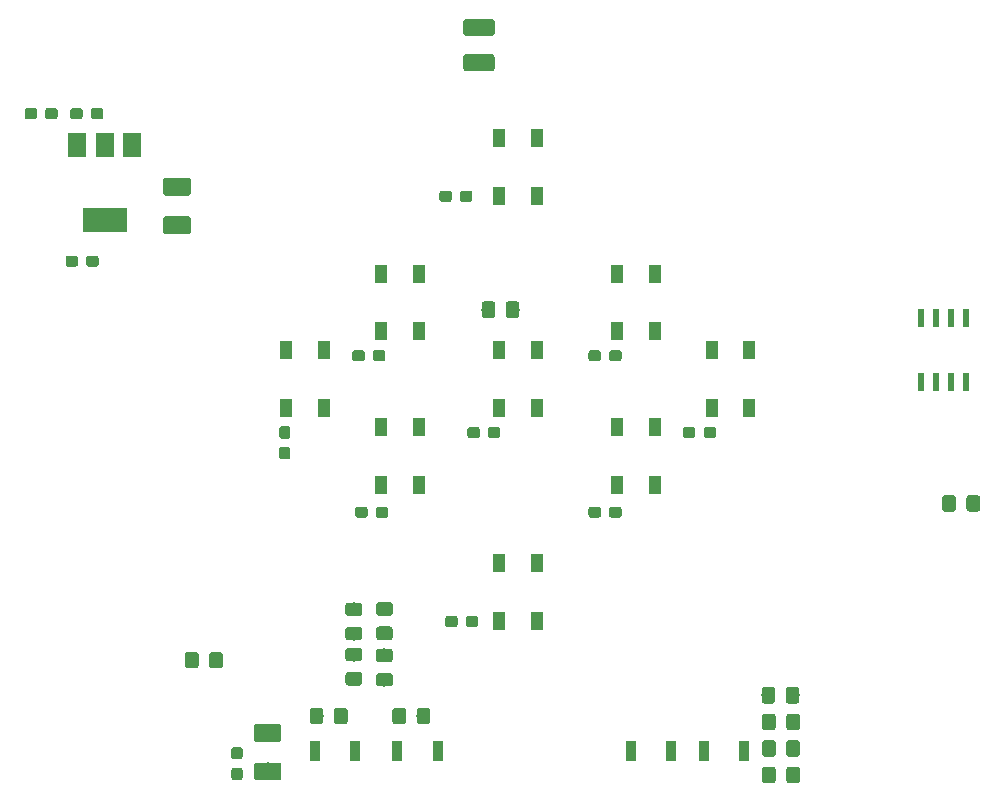
<source format=gbr>
G04 #@! TF.GenerationSoftware,KiCad,Pcbnew,(5.0.0)*
G04 #@! TF.CreationDate,2018-08-08T12:39:13+01:00*
G04 #@! TF.ProjectId,domenode,646F6D656E6F64652E6B696361645F70,rev?*
G04 #@! TF.SameCoordinates,Original*
G04 #@! TF.FileFunction,Paste,Top*
G04 #@! TF.FilePolarity,Positive*
%FSLAX46Y46*%
G04 Gerber Fmt 4.6, Leading zero omitted, Abs format (unit mm)*
G04 Created by KiCad (PCBNEW (5.0.0)) date 08/08/18 12:39:13*
%MOMM*%
%LPD*%
G01*
G04 APERTURE LIST*
%ADD10R,3.800000X2.000000*%
%ADD11R,1.500000X2.000000*%
%ADD12R,1.000000X1.500000*%
%ADD13R,0.600000X1.550000*%
%ADD14C,0.100000*%
%ADD15C,0.950000*%
%ADD16C,1.150000*%
%ADD17C,1.500000*%
%ADD18R,0.900000X1.700000*%
%ADD19C,1.425000*%
G04 APERTURE END LIST*
D10*
G04 #@! TO.C,U2*
X113500000Y-91500000D03*
D11*
X113500000Y-85200000D03*
X111200000Y-85200000D03*
X115800000Y-85200000D03*
G04 #@! TD*
D12*
G04 #@! TO.C,D9*
X146900000Y-89450000D03*
X150100000Y-89450000D03*
X146900000Y-84550000D03*
X150100000Y-84550000D03*
G04 #@! TD*
G04 #@! TO.C,D7*
X146900000Y-125450000D03*
X150100000Y-125450000D03*
X146900000Y-120550000D03*
X150100000Y-120550000D03*
G04 #@! TD*
G04 #@! TO.C,D5*
X136900000Y-100950000D03*
X140100000Y-100950000D03*
X136900000Y-96050000D03*
X140100000Y-96050000D03*
G04 #@! TD*
G04 #@! TO.C,D4*
X156900000Y-100950000D03*
X160100000Y-100950000D03*
X156900000Y-96050000D03*
X160100000Y-96050000D03*
G04 #@! TD*
G04 #@! TO.C,D8*
X168100000Y-102550000D03*
X164900000Y-102550000D03*
X168100000Y-107450000D03*
X164900000Y-107450000D03*
G04 #@! TD*
G04 #@! TO.C,D6*
X128900000Y-107450000D03*
X132100000Y-107450000D03*
X128900000Y-102550000D03*
X132100000Y-102550000D03*
G04 #@! TD*
G04 #@! TO.C,D3*
X160100000Y-109050000D03*
X156900000Y-109050000D03*
X160100000Y-113950000D03*
X156900000Y-113950000D03*
G04 #@! TD*
G04 #@! TO.C,D2*
X136900000Y-113950000D03*
X140100000Y-113950000D03*
X136900000Y-109050000D03*
X140100000Y-109050000D03*
G04 #@! TD*
G04 #@! TO.C,D1*
X150100000Y-102550000D03*
X146900000Y-102550000D03*
X150100000Y-107450000D03*
X146900000Y-107450000D03*
G04 #@! TD*
D13*
G04 #@! TO.C,U6*
X186405000Y-99800000D03*
X185135000Y-99800000D03*
X183865000Y-99800000D03*
X182595000Y-99800000D03*
X182595000Y-105200000D03*
X183865000Y-105200000D03*
X185135000Y-105200000D03*
X186405000Y-105200000D03*
G04 #@! TD*
D14*
G04 #@! TO.C,C2*
G36*
X107560779Y-82026144D02*
X107583834Y-82029563D01*
X107606443Y-82035227D01*
X107628387Y-82043079D01*
X107649457Y-82053044D01*
X107669448Y-82065026D01*
X107688168Y-82078910D01*
X107705438Y-82094562D01*
X107721090Y-82111832D01*
X107734974Y-82130552D01*
X107746956Y-82150543D01*
X107756921Y-82171613D01*
X107764773Y-82193557D01*
X107770437Y-82216166D01*
X107773856Y-82239221D01*
X107775000Y-82262500D01*
X107775000Y-82737500D01*
X107773856Y-82760779D01*
X107770437Y-82783834D01*
X107764773Y-82806443D01*
X107756921Y-82828387D01*
X107746956Y-82849457D01*
X107734974Y-82869448D01*
X107721090Y-82888168D01*
X107705438Y-82905438D01*
X107688168Y-82921090D01*
X107669448Y-82934974D01*
X107649457Y-82946956D01*
X107628387Y-82956921D01*
X107606443Y-82964773D01*
X107583834Y-82970437D01*
X107560779Y-82973856D01*
X107537500Y-82975000D01*
X106962500Y-82975000D01*
X106939221Y-82973856D01*
X106916166Y-82970437D01*
X106893557Y-82964773D01*
X106871613Y-82956921D01*
X106850543Y-82946956D01*
X106830552Y-82934974D01*
X106811832Y-82921090D01*
X106794562Y-82905438D01*
X106778910Y-82888168D01*
X106765026Y-82869448D01*
X106753044Y-82849457D01*
X106743079Y-82828387D01*
X106735227Y-82806443D01*
X106729563Y-82783834D01*
X106726144Y-82760779D01*
X106725000Y-82737500D01*
X106725000Y-82262500D01*
X106726144Y-82239221D01*
X106729563Y-82216166D01*
X106735227Y-82193557D01*
X106743079Y-82171613D01*
X106753044Y-82150543D01*
X106765026Y-82130552D01*
X106778910Y-82111832D01*
X106794562Y-82094562D01*
X106811832Y-82078910D01*
X106830552Y-82065026D01*
X106850543Y-82053044D01*
X106871613Y-82043079D01*
X106893557Y-82035227D01*
X106916166Y-82029563D01*
X106939221Y-82026144D01*
X106962500Y-82025000D01*
X107537500Y-82025000D01*
X107560779Y-82026144D01*
X107560779Y-82026144D01*
G37*
D15*
X107250000Y-82500000D03*
D14*
G36*
X109310779Y-82026144D02*
X109333834Y-82029563D01*
X109356443Y-82035227D01*
X109378387Y-82043079D01*
X109399457Y-82053044D01*
X109419448Y-82065026D01*
X109438168Y-82078910D01*
X109455438Y-82094562D01*
X109471090Y-82111832D01*
X109484974Y-82130552D01*
X109496956Y-82150543D01*
X109506921Y-82171613D01*
X109514773Y-82193557D01*
X109520437Y-82216166D01*
X109523856Y-82239221D01*
X109525000Y-82262500D01*
X109525000Y-82737500D01*
X109523856Y-82760779D01*
X109520437Y-82783834D01*
X109514773Y-82806443D01*
X109506921Y-82828387D01*
X109496956Y-82849457D01*
X109484974Y-82869448D01*
X109471090Y-82888168D01*
X109455438Y-82905438D01*
X109438168Y-82921090D01*
X109419448Y-82934974D01*
X109399457Y-82946956D01*
X109378387Y-82956921D01*
X109356443Y-82964773D01*
X109333834Y-82970437D01*
X109310779Y-82973856D01*
X109287500Y-82975000D01*
X108712500Y-82975000D01*
X108689221Y-82973856D01*
X108666166Y-82970437D01*
X108643557Y-82964773D01*
X108621613Y-82956921D01*
X108600543Y-82946956D01*
X108580552Y-82934974D01*
X108561832Y-82921090D01*
X108544562Y-82905438D01*
X108528910Y-82888168D01*
X108515026Y-82869448D01*
X108503044Y-82849457D01*
X108493079Y-82828387D01*
X108485227Y-82806443D01*
X108479563Y-82783834D01*
X108476144Y-82760779D01*
X108475000Y-82737500D01*
X108475000Y-82262500D01*
X108476144Y-82239221D01*
X108479563Y-82216166D01*
X108485227Y-82193557D01*
X108493079Y-82171613D01*
X108503044Y-82150543D01*
X108515026Y-82130552D01*
X108528910Y-82111832D01*
X108544562Y-82094562D01*
X108561832Y-82078910D01*
X108580552Y-82065026D01*
X108600543Y-82053044D01*
X108621613Y-82043079D01*
X108643557Y-82035227D01*
X108666166Y-82029563D01*
X108689221Y-82026144D01*
X108712500Y-82025000D01*
X109287500Y-82025000D01*
X109310779Y-82026144D01*
X109310779Y-82026144D01*
G37*
D15*
X109000000Y-82500000D03*
G04 #@! TD*
D14*
G04 #@! TO.C,C4*
G36*
X111435779Y-82026144D02*
X111458834Y-82029563D01*
X111481443Y-82035227D01*
X111503387Y-82043079D01*
X111524457Y-82053044D01*
X111544448Y-82065026D01*
X111563168Y-82078910D01*
X111580438Y-82094562D01*
X111596090Y-82111832D01*
X111609974Y-82130552D01*
X111621956Y-82150543D01*
X111631921Y-82171613D01*
X111639773Y-82193557D01*
X111645437Y-82216166D01*
X111648856Y-82239221D01*
X111650000Y-82262500D01*
X111650000Y-82737500D01*
X111648856Y-82760779D01*
X111645437Y-82783834D01*
X111639773Y-82806443D01*
X111631921Y-82828387D01*
X111621956Y-82849457D01*
X111609974Y-82869448D01*
X111596090Y-82888168D01*
X111580438Y-82905438D01*
X111563168Y-82921090D01*
X111544448Y-82934974D01*
X111524457Y-82946956D01*
X111503387Y-82956921D01*
X111481443Y-82964773D01*
X111458834Y-82970437D01*
X111435779Y-82973856D01*
X111412500Y-82975000D01*
X110837500Y-82975000D01*
X110814221Y-82973856D01*
X110791166Y-82970437D01*
X110768557Y-82964773D01*
X110746613Y-82956921D01*
X110725543Y-82946956D01*
X110705552Y-82934974D01*
X110686832Y-82921090D01*
X110669562Y-82905438D01*
X110653910Y-82888168D01*
X110640026Y-82869448D01*
X110628044Y-82849457D01*
X110618079Y-82828387D01*
X110610227Y-82806443D01*
X110604563Y-82783834D01*
X110601144Y-82760779D01*
X110600000Y-82737500D01*
X110600000Y-82262500D01*
X110601144Y-82239221D01*
X110604563Y-82216166D01*
X110610227Y-82193557D01*
X110618079Y-82171613D01*
X110628044Y-82150543D01*
X110640026Y-82130552D01*
X110653910Y-82111832D01*
X110669562Y-82094562D01*
X110686832Y-82078910D01*
X110705552Y-82065026D01*
X110725543Y-82053044D01*
X110746613Y-82043079D01*
X110768557Y-82035227D01*
X110791166Y-82029563D01*
X110814221Y-82026144D01*
X110837500Y-82025000D01*
X111412500Y-82025000D01*
X111435779Y-82026144D01*
X111435779Y-82026144D01*
G37*
D15*
X111125000Y-82500000D03*
D14*
G36*
X113185779Y-82026144D02*
X113208834Y-82029563D01*
X113231443Y-82035227D01*
X113253387Y-82043079D01*
X113274457Y-82053044D01*
X113294448Y-82065026D01*
X113313168Y-82078910D01*
X113330438Y-82094562D01*
X113346090Y-82111832D01*
X113359974Y-82130552D01*
X113371956Y-82150543D01*
X113381921Y-82171613D01*
X113389773Y-82193557D01*
X113395437Y-82216166D01*
X113398856Y-82239221D01*
X113400000Y-82262500D01*
X113400000Y-82737500D01*
X113398856Y-82760779D01*
X113395437Y-82783834D01*
X113389773Y-82806443D01*
X113381921Y-82828387D01*
X113371956Y-82849457D01*
X113359974Y-82869448D01*
X113346090Y-82888168D01*
X113330438Y-82905438D01*
X113313168Y-82921090D01*
X113294448Y-82934974D01*
X113274457Y-82946956D01*
X113253387Y-82956921D01*
X113231443Y-82964773D01*
X113208834Y-82970437D01*
X113185779Y-82973856D01*
X113162500Y-82975000D01*
X112587500Y-82975000D01*
X112564221Y-82973856D01*
X112541166Y-82970437D01*
X112518557Y-82964773D01*
X112496613Y-82956921D01*
X112475543Y-82946956D01*
X112455552Y-82934974D01*
X112436832Y-82921090D01*
X112419562Y-82905438D01*
X112403910Y-82888168D01*
X112390026Y-82869448D01*
X112378044Y-82849457D01*
X112368079Y-82828387D01*
X112360227Y-82806443D01*
X112354563Y-82783834D01*
X112351144Y-82760779D01*
X112350000Y-82737500D01*
X112350000Y-82262500D01*
X112351144Y-82239221D01*
X112354563Y-82216166D01*
X112360227Y-82193557D01*
X112368079Y-82171613D01*
X112378044Y-82150543D01*
X112390026Y-82130552D01*
X112403910Y-82111832D01*
X112419562Y-82094562D01*
X112436832Y-82078910D01*
X112455552Y-82065026D01*
X112475543Y-82053044D01*
X112496613Y-82043079D01*
X112518557Y-82035227D01*
X112541166Y-82029563D01*
X112564221Y-82026144D01*
X112587500Y-82025000D01*
X113162500Y-82025000D01*
X113185779Y-82026144D01*
X113185779Y-82026144D01*
G37*
D15*
X112875000Y-82500000D03*
G04 #@! TD*
D14*
G04 #@! TO.C,C5*
G36*
X111035779Y-94526144D02*
X111058834Y-94529563D01*
X111081443Y-94535227D01*
X111103387Y-94543079D01*
X111124457Y-94553044D01*
X111144448Y-94565026D01*
X111163168Y-94578910D01*
X111180438Y-94594562D01*
X111196090Y-94611832D01*
X111209974Y-94630552D01*
X111221956Y-94650543D01*
X111231921Y-94671613D01*
X111239773Y-94693557D01*
X111245437Y-94716166D01*
X111248856Y-94739221D01*
X111250000Y-94762500D01*
X111250000Y-95237500D01*
X111248856Y-95260779D01*
X111245437Y-95283834D01*
X111239773Y-95306443D01*
X111231921Y-95328387D01*
X111221956Y-95349457D01*
X111209974Y-95369448D01*
X111196090Y-95388168D01*
X111180438Y-95405438D01*
X111163168Y-95421090D01*
X111144448Y-95434974D01*
X111124457Y-95446956D01*
X111103387Y-95456921D01*
X111081443Y-95464773D01*
X111058834Y-95470437D01*
X111035779Y-95473856D01*
X111012500Y-95475000D01*
X110437500Y-95475000D01*
X110414221Y-95473856D01*
X110391166Y-95470437D01*
X110368557Y-95464773D01*
X110346613Y-95456921D01*
X110325543Y-95446956D01*
X110305552Y-95434974D01*
X110286832Y-95421090D01*
X110269562Y-95405438D01*
X110253910Y-95388168D01*
X110240026Y-95369448D01*
X110228044Y-95349457D01*
X110218079Y-95328387D01*
X110210227Y-95306443D01*
X110204563Y-95283834D01*
X110201144Y-95260779D01*
X110200000Y-95237500D01*
X110200000Y-94762500D01*
X110201144Y-94739221D01*
X110204563Y-94716166D01*
X110210227Y-94693557D01*
X110218079Y-94671613D01*
X110228044Y-94650543D01*
X110240026Y-94630552D01*
X110253910Y-94611832D01*
X110269562Y-94594562D01*
X110286832Y-94578910D01*
X110305552Y-94565026D01*
X110325543Y-94553044D01*
X110346613Y-94543079D01*
X110368557Y-94535227D01*
X110391166Y-94529563D01*
X110414221Y-94526144D01*
X110437500Y-94525000D01*
X111012500Y-94525000D01*
X111035779Y-94526144D01*
X111035779Y-94526144D01*
G37*
D15*
X110725000Y-95000000D03*
D14*
G36*
X112785779Y-94526144D02*
X112808834Y-94529563D01*
X112831443Y-94535227D01*
X112853387Y-94543079D01*
X112874457Y-94553044D01*
X112894448Y-94565026D01*
X112913168Y-94578910D01*
X112930438Y-94594562D01*
X112946090Y-94611832D01*
X112959974Y-94630552D01*
X112971956Y-94650543D01*
X112981921Y-94671613D01*
X112989773Y-94693557D01*
X112995437Y-94716166D01*
X112998856Y-94739221D01*
X113000000Y-94762500D01*
X113000000Y-95237500D01*
X112998856Y-95260779D01*
X112995437Y-95283834D01*
X112989773Y-95306443D01*
X112981921Y-95328387D01*
X112971956Y-95349457D01*
X112959974Y-95369448D01*
X112946090Y-95388168D01*
X112930438Y-95405438D01*
X112913168Y-95421090D01*
X112894448Y-95434974D01*
X112874457Y-95446956D01*
X112853387Y-95456921D01*
X112831443Y-95464773D01*
X112808834Y-95470437D01*
X112785779Y-95473856D01*
X112762500Y-95475000D01*
X112187500Y-95475000D01*
X112164221Y-95473856D01*
X112141166Y-95470437D01*
X112118557Y-95464773D01*
X112096613Y-95456921D01*
X112075543Y-95446956D01*
X112055552Y-95434974D01*
X112036832Y-95421090D01*
X112019562Y-95405438D01*
X112003910Y-95388168D01*
X111990026Y-95369448D01*
X111978044Y-95349457D01*
X111968079Y-95328387D01*
X111960227Y-95306443D01*
X111954563Y-95283834D01*
X111951144Y-95260779D01*
X111950000Y-95237500D01*
X111950000Y-94762500D01*
X111951144Y-94739221D01*
X111954563Y-94716166D01*
X111960227Y-94693557D01*
X111968079Y-94671613D01*
X111978044Y-94650543D01*
X111990026Y-94630552D01*
X112003910Y-94611832D01*
X112019562Y-94594562D01*
X112036832Y-94578910D01*
X112055552Y-94565026D01*
X112075543Y-94553044D01*
X112096613Y-94543079D01*
X112118557Y-94535227D01*
X112141166Y-94529563D01*
X112164221Y-94526144D01*
X112187500Y-94525000D01*
X112762500Y-94525000D01*
X112785779Y-94526144D01*
X112785779Y-94526144D01*
G37*
D15*
X112475000Y-95000000D03*
G04 #@! TD*
D14*
G04 #@! TO.C,C6*
G36*
X144435779Y-89026144D02*
X144458834Y-89029563D01*
X144481443Y-89035227D01*
X144503387Y-89043079D01*
X144524457Y-89053044D01*
X144544448Y-89065026D01*
X144563168Y-89078910D01*
X144580438Y-89094562D01*
X144596090Y-89111832D01*
X144609974Y-89130552D01*
X144621956Y-89150543D01*
X144631921Y-89171613D01*
X144639773Y-89193557D01*
X144645437Y-89216166D01*
X144648856Y-89239221D01*
X144650000Y-89262500D01*
X144650000Y-89737500D01*
X144648856Y-89760779D01*
X144645437Y-89783834D01*
X144639773Y-89806443D01*
X144631921Y-89828387D01*
X144621956Y-89849457D01*
X144609974Y-89869448D01*
X144596090Y-89888168D01*
X144580438Y-89905438D01*
X144563168Y-89921090D01*
X144544448Y-89934974D01*
X144524457Y-89946956D01*
X144503387Y-89956921D01*
X144481443Y-89964773D01*
X144458834Y-89970437D01*
X144435779Y-89973856D01*
X144412500Y-89975000D01*
X143837500Y-89975000D01*
X143814221Y-89973856D01*
X143791166Y-89970437D01*
X143768557Y-89964773D01*
X143746613Y-89956921D01*
X143725543Y-89946956D01*
X143705552Y-89934974D01*
X143686832Y-89921090D01*
X143669562Y-89905438D01*
X143653910Y-89888168D01*
X143640026Y-89869448D01*
X143628044Y-89849457D01*
X143618079Y-89828387D01*
X143610227Y-89806443D01*
X143604563Y-89783834D01*
X143601144Y-89760779D01*
X143600000Y-89737500D01*
X143600000Y-89262500D01*
X143601144Y-89239221D01*
X143604563Y-89216166D01*
X143610227Y-89193557D01*
X143618079Y-89171613D01*
X143628044Y-89150543D01*
X143640026Y-89130552D01*
X143653910Y-89111832D01*
X143669562Y-89094562D01*
X143686832Y-89078910D01*
X143705552Y-89065026D01*
X143725543Y-89053044D01*
X143746613Y-89043079D01*
X143768557Y-89035227D01*
X143791166Y-89029563D01*
X143814221Y-89026144D01*
X143837500Y-89025000D01*
X144412500Y-89025000D01*
X144435779Y-89026144D01*
X144435779Y-89026144D01*
G37*
D15*
X144125000Y-89500000D03*
D14*
G36*
X142685779Y-89026144D02*
X142708834Y-89029563D01*
X142731443Y-89035227D01*
X142753387Y-89043079D01*
X142774457Y-89053044D01*
X142794448Y-89065026D01*
X142813168Y-89078910D01*
X142830438Y-89094562D01*
X142846090Y-89111832D01*
X142859974Y-89130552D01*
X142871956Y-89150543D01*
X142881921Y-89171613D01*
X142889773Y-89193557D01*
X142895437Y-89216166D01*
X142898856Y-89239221D01*
X142900000Y-89262500D01*
X142900000Y-89737500D01*
X142898856Y-89760779D01*
X142895437Y-89783834D01*
X142889773Y-89806443D01*
X142881921Y-89828387D01*
X142871956Y-89849457D01*
X142859974Y-89869448D01*
X142846090Y-89888168D01*
X142830438Y-89905438D01*
X142813168Y-89921090D01*
X142794448Y-89934974D01*
X142774457Y-89946956D01*
X142753387Y-89956921D01*
X142731443Y-89964773D01*
X142708834Y-89970437D01*
X142685779Y-89973856D01*
X142662500Y-89975000D01*
X142087500Y-89975000D01*
X142064221Y-89973856D01*
X142041166Y-89970437D01*
X142018557Y-89964773D01*
X141996613Y-89956921D01*
X141975543Y-89946956D01*
X141955552Y-89934974D01*
X141936832Y-89921090D01*
X141919562Y-89905438D01*
X141903910Y-89888168D01*
X141890026Y-89869448D01*
X141878044Y-89849457D01*
X141868079Y-89828387D01*
X141860227Y-89806443D01*
X141854563Y-89783834D01*
X141851144Y-89760779D01*
X141850000Y-89737500D01*
X141850000Y-89262500D01*
X141851144Y-89239221D01*
X141854563Y-89216166D01*
X141860227Y-89193557D01*
X141868079Y-89171613D01*
X141878044Y-89150543D01*
X141890026Y-89130552D01*
X141903910Y-89111832D01*
X141919562Y-89094562D01*
X141936832Y-89078910D01*
X141955552Y-89065026D01*
X141975543Y-89053044D01*
X141996613Y-89043079D01*
X142018557Y-89035227D01*
X142041166Y-89029563D01*
X142064221Y-89026144D01*
X142087500Y-89025000D01*
X142662500Y-89025000D01*
X142685779Y-89026144D01*
X142685779Y-89026144D01*
G37*
D15*
X142375000Y-89500000D03*
G04 #@! TD*
D14*
G04 #@! TO.C,C7*
G36*
X135560779Y-115776144D02*
X135583834Y-115779563D01*
X135606443Y-115785227D01*
X135628387Y-115793079D01*
X135649457Y-115803044D01*
X135669448Y-115815026D01*
X135688168Y-115828910D01*
X135705438Y-115844562D01*
X135721090Y-115861832D01*
X135734974Y-115880552D01*
X135746956Y-115900543D01*
X135756921Y-115921613D01*
X135764773Y-115943557D01*
X135770437Y-115966166D01*
X135773856Y-115989221D01*
X135775000Y-116012500D01*
X135775000Y-116487500D01*
X135773856Y-116510779D01*
X135770437Y-116533834D01*
X135764773Y-116556443D01*
X135756921Y-116578387D01*
X135746956Y-116599457D01*
X135734974Y-116619448D01*
X135721090Y-116638168D01*
X135705438Y-116655438D01*
X135688168Y-116671090D01*
X135669448Y-116684974D01*
X135649457Y-116696956D01*
X135628387Y-116706921D01*
X135606443Y-116714773D01*
X135583834Y-116720437D01*
X135560779Y-116723856D01*
X135537500Y-116725000D01*
X134962500Y-116725000D01*
X134939221Y-116723856D01*
X134916166Y-116720437D01*
X134893557Y-116714773D01*
X134871613Y-116706921D01*
X134850543Y-116696956D01*
X134830552Y-116684974D01*
X134811832Y-116671090D01*
X134794562Y-116655438D01*
X134778910Y-116638168D01*
X134765026Y-116619448D01*
X134753044Y-116599457D01*
X134743079Y-116578387D01*
X134735227Y-116556443D01*
X134729563Y-116533834D01*
X134726144Y-116510779D01*
X134725000Y-116487500D01*
X134725000Y-116012500D01*
X134726144Y-115989221D01*
X134729563Y-115966166D01*
X134735227Y-115943557D01*
X134743079Y-115921613D01*
X134753044Y-115900543D01*
X134765026Y-115880552D01*
X134778910Y-115861832D01*
X134794562Y-115844562D01*
X134811832Y-115828910D01*
X134830552Y-115815026D01*
X134850543Y-115803044D01*
X134871613Y-115793079D01*
X134893557Y-115785227D01*
X134916166Y-115779563D01*
X134939221Y-115776144D01*
X134962500Y-115775000D01*
X135537500Y-115775000D01*
X135560779Y-115776144D01*
X135560779Y-115776144D01*
G37*
D15*
X135250000Y-116250000D03*
D14*
G36*
X137310779Y-115776144D02*
X137333834Y-115779563D01*
X137356443Y-115785227D01*
X137378387Y-115793079D01*
X137399457Y-115803044D01*
X137419448Y-115815026D01*
X137438168Y-115828910D01*
X137455438Y-115844562D01*
X137471090Y-115861832D01*
X137484974Y-115880552D01*
X137496956Y-115900543D01*
X137506921Y-115921613D01*
X137514773Y-115943557D01*
X137520437Y-115966166D01*
X137523856Y-115989221D01*
X137525000Y-116012500D01*
X137525000Y-116487500D01*
X137523856Y-116510779D01*
X137520437Y-116533834D01*
X137514773Y-116556443D01*
X137506921Y-116578387D01*
X137496956Y-116599457D01*
X137484974Y-116619448D01*
X137471090Y-116638168D01*
X137455438Y-116655438D01*
X137438168Y-116671090D01*
X137419448Y-116684974D01*
X137399457Y-116696956D01*
X137378387Y-116706921D01*
X137356443Y-116714773D01*
X137333834Y-116720437D01*
X137310779Y-116723856D01*
X137287500Y-116725000D01*
X136712500Y-116725000D01*
X136689221Y-116723856D01*
X136666166Y-116720437D01*
X136643557Y-116714773D01*
X136621613Y-116706921D01*
X136600543Y-116696956D01*
X136580552Y-116684974D01*
X136561832Y-116671090D01*
X136544562Y-116655438D01*
X136528910Y-116638168D01*
X136515026Y-116619448D01*
X136503044Y-116599457D01*
X136493079Y-116578387D01*
X136485227Y-116556443D01*
X136479563Y-116533834D01*
X136476144Y-116510779D01*
X136475000Y-116487500D01*
X136475000Y-116012500D01*
X136476144Y-115989221D01*
X136479563Y-115966166D01*
X136485227Y-115943557D01*
X136493079Y-115921613D01*
X136503044Y-115900543D01*
X136515026Y-115880552D01*
X136528910Y-115861832D01*
X136544562Y-115844562D01*
X136561832Y-115828910D01*
X136580552Y-115815026D01*
X136600543Y-115803044D01*
X136621613Y-115793079D01*
X136643557Y-115785227D01*
X136666166Y-115779563D01*
X136689221Y-115776144D01*
X136712500Y-115775000D01*
X137287500Y-115775000D01*
X137310779Y-115776144D01*
X137310779Y-115776144D01*
G37*
D15*
X137000000Y-116250000D03*
G04 #@! TD*
D14*
G04 #@! TO.C,C8*
G36*
X163310779Y-109026144D02*
X163333834Y-109029563D01*
X163356443Y-109035227D01*
X163378387Y-109043079D01*
X163399457Y-109053044D01*
X163419448Y-109065026D01*
X163438168Y-109078910D01*
X163455438Y-109094562D01*
X163471090Y-109111832D01*
X163484974Y-109130552D01*
X163496956Y-109150543D01*
X163506921Y-109171613D01*
X163514773Y-109193557D01*
X163520437Y-109216166D01*
X163523856Y-109239221D01*
X163525000Y-109262500D01*
X163525000Y-109737500D01*
X163523856Y-109760779D01*
X163520437Y-109783834D01*
X163514773Y-109806443D01*
X163506921Y-109828387D01*
X163496956Y-109849457D01*
X163484974Y-109869448D01*
X163471090Y-109888168D01*
X163455438Y-109905438D01*
X163438168Y-109921090D01*
X163419448Y-109934974D01*
X163399457Y-109946956D01*
X163378387Y-109956921D01*
X163356443Y-109964773D01*
X163333834Y-109970437D01*
X163310779Y-109973856D01*
X163287500Y-109975000D01*
X162712500Y-109975000D01*
X162689221Y-109973856D01*
X162666166Y-109970437D01*
X162643557Y-109964773D01*
X162621613Y-109956921D01*
X162600543Y-109946956D01*
X162580552Y-109934974D01*
X162561832Y-109921090D01*
X162544562Y-109905438D01*
X162528910Y-109888168D01*
X162515026Y-109869448D01*
X162503044Y-109849457D01*
X162493079Y-109828387D01*
X162485227Y-109806443D01*
X162479563Y-109783834D01*
X162476144Y-109760779D01*
X162475000Y-109737500D01*
X162475000Y-109262500D01*
X162476144Y-109239221D01*
X162479563Y-109216166D01*
X162485227Y-109193557D01*
X162493079Y-109171613D01*
X162503044Y-109150543D01*
X162515026Y-109130552D01*
X162528910Y-109111832D01*
X162544562Y-109094562D01*
X162561832Y-109078910D01*
X162580552Y-109065026D01*
X162600543Y-109053044D01*
X162621613Y-109043079D01*
X162643557Y-109035227D01*
X162666166Y-109029563D01*
X162689221Y-109026144D01*
X162712500Y-109025000D01*
X163287500Y-109025000D01*
X163310779Y-109026144D01*
X163310779Y-109026144D01*
G37*
D15*
X163000000Y-109500000D03*
D14*
G36*
X165060779Y-109026144D02*
X165083834Y-109029563D01*
X165106443Y-109035227D01*
X165128387Y-109043079D01*
X165149457Y-109053044D01*
X165169448Y-109065026D01*
X165188168Y-109078910D01*
X165205438Y-109094562D01*
X165221090Y-109111832D01*
X165234974Y-109130552D01*
X165246956Y-109150543D01*
X165256921Y-109171613D01*
X165264773Y-109193557D01*
X165270437Y-109216166D01*
X165273856Y-109239221D01*
X165275000Y-109262500D01*
X165275000Y-109737500D01*
X165273856Y-109760779D01*
X165270437Y-109783834D01*
X165264773Y-109806443D01*
X165256921Y-109828387D01*
X165246956Y-109849457D01*
X165234974Y-109869448D01*
X165221090Y-109888168D01*
X165205438Y-109905438D01*
X165188168Y-109921090D01*
X165169448Y-109934974D01*
X165149457Y-109946956D01*
X165128387Y-109956921D01*
X165106443Y-109964773D01*
X165083834Y-109970437D01*
X165060779Y-109973856D01*
X165037500Y-109975000D01*
X164462500Y-109975000D01*
X164439221Y-109973856D01*
X164416166Y-109970437D01*
X164393557Y-109964773D01*
X164371613Y-109956921D01*
X164350543Y-109946956D01*
X164330552Y-109934974D01*
X164311832Y-109921090D01*
X164294562Y-109905438D01*
X164278910Y-109888168D01*
X164265026Y-109869448D01*
X164253044Y-109849457D01*
X164243079Y-109828387D01*
X164235227Y-109806443D01*
X164229563Y-109783834D01*
X164226144Y-109760779D01*
X164225000Y-109737500D01*
X164225000Y-109262500D01*
X164226144Y-109239221D01*
X164229563Y-109216166D01*
X164235227Y-109193557D01*
X164243079Y-109171613D01*
X164253044Y-109150543D01*
X164265026Y-109130552D01*
X164278910Y-109111832D01*
X164294562Y-109094562D01*
X164311832Y-109078910D01*
X164330552Y-109065026D01*
X164350543Y-109053044D01*
X164371613Y-109043079D01*
X164393557Y-109035227D01*
X164416166Y-109029563D01*
X164439221Y-109026144D01*
X164462500Y-109025000D01*
X165037500Y-109025000D01*
X165060779Y-109026144D01*
X165060779Y-109026144D01*
G37*
D15*
X164750000Y-109500000D03*
G04 #@! TD*
D14*
G04 #@! TO.C,C9*
G36*
X157060779Y-115776144D02*
X157083834Y-115779563D01*
X157106443Y-115785227D01*
X157128387Y-115793079D01*
X157149457Y-115803044D01*
X157169448Y-115815026D01*
X157188168Y-115828910D01*
X157205438Y-115844562D01*
X157221090Y-115861832D01*
X157234974Y-115880552D01*
X157246956Y-115900543D01*
X157256921Y-115921613D01*
X157264773Y-115943557D01*
X157270437Y-115966166D01*
X157273856Y-115989221D01*
X157275000Y-116012500D01*
X157275000Y-116487500D01*
X157273856Y-116510779D01*
X157270437Y-116533834D01*
X157264773Y-116556443D01*
X157256921Y-116578387D01*
X157246956Y-116599457D01*
X157234974Y-116619448D01*
X157221090Y-116638168D01*
X157205438Y-116655438D01*
X157188168Y-116671090D01*
X157169448Y-116684974D01*
X157149457Y-116696956D01*
X157128387Y-116706921D01*
X157106443Y-116714773D01*
X157083834Y-116720437D01*
X157060779Y-116723856D01*
X157037500Y-116725000D01*
X156462500Y-116725000D01*
X156439221Y-116723856D01*
X156416166Y-116720437D01*
X156393557Y-116714773D01*
X156371613Y-116706921D01*
X156350543Y-116696956D01*
X156330552Y-116684974D01*
X156311832Y-116671090D01*
X156294562Y-116655438D01*
X156278910Y-116638168D01*
X156265026Y-116619448D01*
X156253044Y-116599457D01*
X156243079Y-116578387D01*
X156235227Y-116556443D01*
X156229563Y-116533834D01*
X156226144Y-116510779D01*
X156225000Y-116487500D01*
X156225000Y-116012500D01*
X156226144Y-115989221D01*
X156229563Y-115966166D01*
X156235227Y-115943557D01*
X156243079Y-115921613D01*
X156253044Y-115900543D01*
X156265026Y-115880552D01*
X156278910Y-115861832D01*
X156294562Y-115844562D01*
X156311832Y-115828910D01*
X156330552Y-115815026D01*
X156350543Y-115803044D01*
X156371613Y-115793079D01*
X156393557Y-115785227D01*
X156416166Y-115779563D01*
X156439221Y-115776144D01*
X156462500Y-115775000D01*
X157037500Y-115775000D01*
X157060779Y-115776144D01*
X157060779Y-115776144D01*
G37*
D15*
X156750000Y-116250000D03*
D14*
G36*
X155310779Y-115776144D02*
X155333834Y-115779563D01*
X155356443Y-115785227D01*
X155378387Y-115793079D01*
X155399457Y-115803044D01*
X155419448Y-115815026D01*
X155438168Y-115828910D01*
X155455438Y-115844562D01*
X155471090Y-115861832D01*
X155484974Y-115880552D01*
X155496956Y-115900543D01*
X155506921Y-115921613D01*
X155514773Y-115943557D01*
X155520437Y-115966166D01*
X155523856Y-115989221D01*
X155525000Y-116012500D01*
X155525000Y-116487500D01*
X155523856Y-116510779D01*
X155520437Y-116533834D01*
X155514773Y-116556443D01*
X155506921Y-116578387D01*
X155496956Y-116599457D01*
X155484974Y-116619448D01*
X155471090Y-116638168D01*
X155455438Y-116655438D01*
X155438168Y-116671090D01*
X155419448Y-116684974D01*
X155399457Y-116696956D01*
X155378387Y-116706921D01*
X155356443Y-116714773D01*
X155333834Y-116720437D01*
X155310779Y-116723856D01*
X155287500Y-116725000D01*
X154712500Y-116725000D01*
X154689221Y-116723856D01*
X154666166Y-116720437D01*
X154643557Y-116714773D01*
X154621613Y-116706921D01*
X154600543Y-116696956D01*
X154580552Y-116684974D01*
X154561832Y-116671090D01*
X154544562Y-116655438D01*
X154528910Y-116638168D01*
X154515026Y-116619448D01*
X154503044Y-116599457D01*
X154493079Y-116578387D01*
X154485227Y-116556443D01*
X154479563Y-116533834D01*
X154476144Y-116510779D01*
X154475000Y-116487500D01*
X154475000Y-116012500D01*
X154476144Y-115989221D01*
X154479563Y-115966166D01*
X154485227Y-115943557D01*
X154493079Y-115921613D01*
X154503044Y-115900543D01*
X154515026Y-115880552D01*
X154528910Y-115861832D01*
X154544562Y-115844562D01*
X154561832Y-115828910D01*
X154580552Y-115815026D01*
X154600543Y-115803044D01*
X154621613Y-115793079D01*
X154643557Y-115785227D01*
X154666166Y-115779563D01*
X154689221Y-115776144D01*
X154712500Y-115775000D01*
X155287500Y-115775000D01*
X155310779Y-115776144D01*
X155310779Y-115776144D01*
G37*
D15*
X155000000Y-116250000D03*
G04 #@! TD*
D14*
G04 #@! TO.C,C10*
G36*
X144935779Y-125026144D02*
X144958834Y-125029563D01*
X144981443Y-125035227D01*
X145003387Y-125043079D01*
X145024457Y-125053044D01*
X145044448Y-125065026D01*
X145063168Y-125078910D01*
X145080438Y-125094562D01*
X145096090Y-125111832D01*
X145109974Y-125130552D01*
X145121956Y-125150543D01*
X145131921Y-125171613D01*
X145139773Y-125193557D01*
X145145437Y-125216166D01*
X145148856Y-125239221D01*
X145150000Y-125262500D01*
X145150000Y-125737500D01*
X145148856Y-125760779D01*
X145145437Y-125783834D01*
X145139773Y-125806443D01*
X145131921Y-125828387D01*
X145121956Y-125849457D01*
X145109974Y-125869448D01*
X145096090Y-125888168D01*
X145080438Y-125905438D01*
X145063168Y-125921090D01*
X145044448Y-125934974D01*
X145024457Y-125946956D01*
X145003387Y-125956921D01*
X144981443Y-125964773D01*
X144958834Y-125970437D01*
X144935779Y-125973856D01*
X144912500Y-125975000D01*
X144337500Y-125975000D01*
X144314221Y-125973856D01*
X144291166Y-125970437D01*
X144268557Y-125964773D01*
X144246613Y-125956921D01*
X144225543Y-125946956D01*
X144205552Y-125934974D01*
X144186832Y-125921090D01*
X144169562Y-125905438D01*
X144153910Y-125888168D01*
X144140026Y-125869448D01*
X144128044Y-125849457D01*
X144118079Y-125828387D01*
X144110227Y-125806443D01*
X144104563Y-125783834D01*
X144101144Y-125760779D01*
X144100000Y-125737500D01*
X144100000Y-125262500D01*
X144101144Y-125239221D01*
X144104563Y-125216166D01*
X144110227Y-125193557D01*
X144118079Y-125171613D01*
X144128044Y-125150543D01*
X144140026Y-125130552D01*
X144153910Y-125111832D01*
X144169562Y-125094562D01*
X144186832Y-125078910D01*
X144205552Y-125065026D01*
X144225543Y-125053044D01*
X144246613Y-125043079D01*
X144268557Y-125035227D01*
X144291166Y-125029563D01*
X144314221Y-125026144D01*
X144337500Y-125025000D01*
X144912500Y-125025000D01*
X144935779Y-125026144D01*
X144935779Y-125026144D01*
G37*
D15*
X144625000Y-125500000D03*
D14*
G36*
X143185779Y-125026144D02*
X143208834Y-125029563D01*
X143231443Y-125035227D01*
X143253387Y-125043079D01*
X143274457Y-125053044D01*
X143294448Y-125065026D01*
X143313168Y-125078910D01*
X143330438Y-125094562D01*
X143346090Y-125111832D01*
X143359974Y-125130552D01*
X143371956Y-125150543D01*
X143381921Y-125171613D01*
X143389773Y-125193557D01*
X143395437Y-125216166D01*
X143398856Y-125239221D01*
X143400000Y-125262500D01*
X143400000Y-125737500D01*
X143398856Y-125760779D01*
X143395437Y-125783834D01*
X143389773Y-125806443D01*
X143381921Y-125828387D01*
X143371956Y-125849457D01*
X143359974Y-125869448D01*
X143346090Y-125888168D01*
X143330438Y-125905438D01*
X143313168Y-125921090D01*
X143294448Y-125934974D01*
X143274457Y-125946956D01*
X143253387Y-125956921D01*
X143231443Y-125964773D01*
X143208834Y-125970437D01*
X143185779Y-125973856D01*
X143162500Y-125975000D01*
X142587500Y-125975000D01*
X142564221Y-125973856D01*
X142541166Y-125970437D01*
X142518557Y-125964773D01*
X142496613Y-125956921D01*
X142475543Y-125946956D01*
X142455552Y-125934974D01*
X142436832Y-125921090D01*
X142419562Y-125905438D01*
X142403910Y-125888168D01*
X142390026Y-125869448D01*
X142378044Y-125849457D01*
X142368079Y-125828387D01*
X142360227Y-125806443D01*
X142354563Y-125783834D01*
X142351144Y-125760779D01*
X142350000Y-125737500D01*
X142350000Y-125262500D01*
X142351144Y-125239221D01*
X142354563Y-125216166D01*
X142360227Y-125193557D01*
X142368079Y-125171613D01*
X142378044Y-125150543D01*
X142390026Y-125130552D01*
X142403910Y-125111832D01*
X142419562Y-125094562D01*
X142436832Y-125078910D01*
X142455552Y-125065026D01*
X142475543Y-125053044D01*
X142496613Y-125043079D01*
X142518557Y-125035227D01*
X142541166Y-125029563D01*
X142564221Y-125026144D01*
X142587500Y-125025000D01*
X143162500Y-125025000D01*
X143185779Y-125026144D01*
X143185779Y-125026144D01*
G37*
D15*
X142875000Y-125500000D03*
G04 #@! TD*
D14*
G04 #@! TO.C,C11*
G36*
X155310779Y-102526144D02*
X155333834Y-102529563D01*
X155356443Y-102535227D01*
X155378387Y-102543079D01*
X155399457Y-102553044D01*
X155419448Y-102565026D01*
X155438168Y-102578910D01*
X155455438Y-102594562D01*
X155471090Y-102611832D01*
X155484974Y-102630552D01*
X155496956Y-102650543D01*
X155506921Y-102671613D01*
X155514773Y-102693557D01*
X155520437Y-102716166D01*
X155523856Y-102739221D01*
X155525000Y-102762500D01*
X155525000Y-103237500D01*
X155523856Y-103260779D01*
X155520437Y-103283834D01*
X155514773Y-103306443D01*
X155506921Y-103328387D01*
X155496956Y-103349457D01*
X155484974Y-103369448D01*
X155471090Y-103388168D01*
X155455438Y-103405438D01*
X155438168Y-103421090D01*
X155419448Y-103434974D01*
X155399457Y-103446956D01*
X155378387Y-103456921D01*
X155356443Y-103464773D01*
X155333834Y-103470437D01*
X155310779Y-103473856D01*
X155287500Y-103475000D01*
X154712500Y-103475000D01*
X154689221Y-103473856D01*
X154666166Y-103470437D01*
X154643557Y-103464773D01*
X154621613Y-103456921D01*
X154600543Y-103446956D01*
X154580552Y-103434974D01*
X154561832Y-103421090D01*
X154544562Y-103405438D01*
X154528910Y-103388168D01*
X154515026Y-103369448D01*
X154503044Y-103349457D01*
X154493079Y-103328387D01*
X154485227Y-103306443D01*
X154479563Y-103283834D01*
X154476144Y-103260779D01*
X154475000Y-103237500D01*
X154475000Y-102762500D01*
X154476144Y-102739221D01*
X154479563Y-102716166D01*
X154485227Y-102693557D01*
X154493079Y-102671613D01*
X154503044Y-102650543D01*
X154515026Y-102630552D01*
X154528910Y-102611832D01*
X154544562Y-102594562D01*
X154561832Y-102578910D01*
X154580552Y-102565026D01*
X154600543Y-102553044D01*
X154621613Y-102543079D01*
X154643557Y-102535227D01*
X154666166Y-102529563D01*
X154689221Y-102526144D01*
X154712500Y-102525000D01*
X155287500Y-102525000D01*
X155310779Y-102526144D01*
X155310779Y-102526144D01*
G37*
D15*
X155000000Y-103000000D03*
D14*
G36*
X157060779Y-102526144D02*
X157083834Y-102529563D01*
X157106443Y-102535227D01*
X157128387Y-102543079D01*
X157149457Y-102553044D01*
X157169448Y-102565026D01*
X157188168Y-102578910D01*
X157205438Y-102594562D01*
X157221090Y-102611832D01*
X157234974Y-102630552D01*
X157246956Y-102650543D01*
X157256921Y-102671613D01*
X157264773Y-102693557D01*
X157270437Y-102716166D01*
X157273856Y-102739221D01*
X157275000Y-102762500D01*
X157275000Y-103237500D01*
X157273856Y-103260779D01*
X157270437Y-103283834D01*
X157264773Y-103306443D01*
X157256921Y-103328387D01*
X157246956Y-103349457D01*
X157234974Y-103369448D01*
X157221090Y-103388168D01*
X157205438Y-103405438D01*
X157188168Y-103421090D01*
X157169448Y-103434974D01*
X157149457Y-103446956D01*
X157128387Y-103456921D01*
X157106443Y-103464773D01*
X157083834Y-103470437D01*
X157060779Y-103473856D01*
X157037500Y-103475000D01*
X156462500Y-103475000D01*
X156439221Y-103473856D01*
X156416166Y-103470437D01*
X156393557Y-103464773D01*
X156371613Y-103456921D01*
X156350543Y-103446956D01*
X156330552Y-103434974D01*
X156311832Y-103421090D01*
X156294562Y-103405438D01*
X156278910Y-103388168D01*
X156265026Y-103369448D01*
X156253044Y-103349457D01*
X156243079Y-103328387D01*
X156235227Y-103306443D01*
X156229563Y-103283834D01*
X156226144Y-103260779D01*
X156225000Y-103237500D01*
X156225000Y-102762500D01*
X156226144Y-102739221D01*
X156229563Y-102716166D01*
X156235227Y-102693557D01*
X156243079Y-102671613D01*
X156253044Y-102650543D01*
X156265026Y-102630552D01*
X156278910Y-102611832D01*
X156294562Y-102594562D01*
X156311832Y-102578910D01*
X156330552Y-102565026D01*
X156350543Y-102553044D01*
X156371613Y-102543079D01*
X156393557Y-102535227D01*
X156416166Y-102529563D01*
X156439221Y-102526144D01*
X156462500Y-102525000D01*
X157037500Y-102525000D01*
X157060779Y-102526144D01*
X157060779Y-102526144D01*
G37*
D15*
X156750000Y-103000000D03*
G04 #@! TD*
D14*
G04 #@! TO.C,C12*
G36*
X129010779Y-108976144D02*
X129033834Y-108979563D01*
X129056443Y-108985227D01*
X129078387Y-108993079D01*
X129099457Y-109003044D01*
X129119448Y-109015026D01*
X129138168Y-109028910D01*
X129155438Y-109044562D01*
X129171090Y-109061832D01*
X129184974Y-109080552D01*
X129196956Y-109100543D01*
X129206921Y-109121613D01*
X129214773Y-109143557D01*
X129220437Y-109166166D01*
X129223856Y-109189221D01*
X129225000Y-109212500D01*
X129225000Y-109787500D01*
X129223856Y-109810779D01*
X129220437Y-109833834D01*
X129214773Y-109856443D01*
X129206921Y-109878387D01*
X129196956Y-109899457D01*
X129184974Y-109919448D01*
X129171090Y-109938168D01*
X129155438Y-109955438D01*
X129138168Y-109971090D01*
X129119448Y-109984974D01*
X129099457Y-109996956D01*
X129078387Y-110006921D01*
X129056443Y-110014773D01*
X129033834Y-110020437D01*
X129010779Y-110023856D01*
X128987500Y-110025000D01*
X128512500Y-110025000D01*
X128489221Y-110023856D01*
X128466166Y-110020437D01*
X128443557Y-110014773D01*
X128421613Y-110006921D01*
X128400543Y-109996956D01*
X128380552Y-109984974D01*
X128361832Y-109971090D01*
X128344562Y-109955438D01*
X128328910Y-109938168D01*
X128315026Y-109919448D01*
X128303044Y-109899457D01*
X128293079Y-109878387D01*
X128285227Y-109856443D01*
X128279563Y-109833834D01*
X128276144Y-109810779D01*
X128275000Y-109787500D01*
X128275000Y-109212500D01*
X128276144Y-109189221D01*
X128279563Y-109166166D01*
X128285227Y-109143557D01*
X128293079Y-109121613D01*
X128303044Y-109100543D01*
X128315026Y-109080552D01*
X128328910Y-109061832D01*
X128344562Y-109044562D01*
X128361832Y-109028910D01*
X128380552Y-109015026D01*
X128400543Y-109003044D01*
X128421613Y-108993079D01*
X128443557Y-108985227D01*
X128466166Y-108979563D01*
X128489221Y-108976144D01*
X128512500Y-108975000D01*
X128987500Y-108975000D01*
X129010779Y-108976144D01*
X129010779Y-108976144D01*
G37*
D15*
X128750000Y-109500000D03*
D14*
G36*
X129010779Y-110726144D02*
X129033834Y-110729563D01*
X129056443Y-110735227D01*
X129078387Y-110743079D01*
X129099457Y-110753044D01*
X129119448Y-110765026D01*
X129138168Y-110778910D01*
X129155438Y-110794562D01*
X129171090Y-110811832D01*
X129184974Y-110830552D01*
X129196956Y-110850543D01*
X129206921Y-110871613D01*
X129214773Y-110893557D01*
X129220437Y-110916166D01*
X129223856Y-110939221D01*
X129225000Y-110962500D01*
X129225000Y-111537500D01*
X129223856Y-111560779D01*
X129220437Y-111583834D01*
X129214773Y-111606443D01*
X129206921Y-111628387D01*
X129196956Y-111649457D01*
X129184974Y-111669448D01*
X129171090Y-111688168D01*
X129155438Y-111705438D01*
X129138168Y-111721090D01*
X129119448Y-111734974D01*
X129099457Y-111746956D01*
X129078387Y-111756921D01*
X129056443Y-111764773D01*
X129033834Y-111770437D01*
X129010779Y-111773856D01*
X128987500Y-111775000D01*
X128512500Y-111775000D01*
X128489221Y-111773856D01*
X128466166Y-111770437D01*
X128443557Y-111764773D01*
X128421613Y-111756921D01*
X128400543Y-111746956D01*
X128380552Y-111734974D01*
X128361832Y-111721090D01*
X128344562Y-111705438D01*
X128328910Y-111688168D01*
X128315026Y-111669448D01*
X128303044Y-111649457D01*
X128293079Y-111628387D01*
X128285227Y-111606443D01*
X128279563Y-111583834D01*
X128276144Y-111560779D01*
X128275000Y-111537500D01*
X128275000Y-110962500D01*
X128276144Y-110939221D01*
X128279563Y-110916166D01*
X128285227Y-110893557D01*
X128293079Y-110871613D01*
X128303044Y-110850543D01*
X128315026Y-110830552D01*
X128328910Y-110811832D01*
X128344562Y-110794562D01*
X128361832Y-110778910D01*
X128380552Y-110765026D01*
X128400543Y-110753044D01*
X128421613Y-110743079D01*
X128443557Y-110735227D01*
X128466166Y-110729563D01*
X128489221Y-110726144D01*
X128512500Y-110725000D01*
X128987500Y-110725000D01*
X129010779Y-110726144D01*
X129010779Y-110726144D01*
G37*
D15*
X128750000Y-111250000D03*
G04 #@! TD*
D14*
G04 #@! TO.C,C13*
G36*
X135310779Y-102526144D02*
X135333834Y-102529563D01*
X135356443Y-102535227D01*
X135378387Y-102543079D01*
X135399457Y-102553044D01*
X135419448Y-102565026D01*
X135438168Y-102578910D01*
X135455438Y-102594562D01*
X135471090Y-102611832D01*
X135484974Y-102630552D01*
X135496956Y-102650543D01*
X135506921Y-102671613D01*
X135514773Y-102693557D01*
X135520437Y-102716166D01*
X135523856Y-102739221D01*
X135525000Y-102762500D01*
X135525000Y-103237500D01*
X135523856Y-103260779D01*
X135520437Y-103283834D01*
X135514773Y-103306443D01*
X135506921Y-103328387D01*
X135496956Y-103349457D01*
X135484974Y-103369448D01*
X135471090Y-103388168D01*
X135455438Y-103405438D01*
X135438168Y-103421090D01*
X135419448Y-103434974D01*
X135399457Y-103446956D01*
X135378387Y-103456921D01*
X135356443Y-103464773D01*
X135333834Y-103470437D01*
X135310779Y-103473856D01*
X135287500Y-103475000D01*
X134712500Y-103475000D01*
X134689221Y-103473856D01*
X134666166Y-103470437D01*
X134643557Y-103464773D01*
X134621613Y-103456921D01*
X134600543Y-103446956D01*
X134580552Y-103434974D01*
X134561832Y-103421090D01*
X134544562Y-103405438D01*
X134528910Y-103388168D01*
X134515026Y-103369448D01*
X134503044Y-103349457D01*
X134493079Y-103328387D01*
X134485227Y-103306443D01*
X134479563Y-103283834D01*
X134476144Y-103260779D01*
X134475000Y-103237500D01*
X134475000Y-102762500D01*
X134476144Y-102739221D01*
X134479563Y-102716166D01*
X134485227Y-102693557D01*
X134493079Y-102671613D01*
X134503044Y-102650543D01*
X134515026Y-102630552D01*
X134528910Y-102611832D01*
X134544562Y-102594562D01*
X134561832Y-102578910D01*
X134580552Y-102565026D01*
X134600543Y-102553044D01*
X134621613Y-102543079D01*
X134643557Y-102535227D01*
X134666166Y-102529563D01*
X134689221Y-102526144D01*
X134712500Y-102525000D01*
X135287500Y-102525000D01*
X135310779Y-102526144D01*
X135310779Y-102526144D01*
G37*
D15*
X135000000Y-103000000D03*
D14*
G36*
X137060779Y-102526144D02*
X137083834Y-102529563D01*
X137106443Y-102535227D01*
X137128387Y-102543079D01*
X137149457Y-102553044D01*
X137169448Y-102565026D01*
X137188168Y-102578910D01*
X137205438Y-102594562D01*
X137221090Y-102611832D01*
X137234974Y-102630552D01*
X137246956Y-102650543D01*
X137256921Y-102671613D01*
X137264773Y-102693557D01*
X137270437Y-102716166D01*
X137273856Y-102739221D01*
X137275000Y-102762500D01*
X137275000Y-103237500D01*
X137273856Y-103260779D01*
X137270437Y-103283834D01*
X137264773Y-103306443D01*
X137256921Y-103328387D01*
X137246956Y-103349457D01*
X137234974Y-103369448D01*
X137221090Y-103388168D01*
X137205438Y-103405438D01*
X137188168Y-103421090D01*
X137169448Y-103434974D01*
X137149457Y-103446956D01*
X137128387Y-103456921D01*
X137106443Y-103464773D01*
X137083834Y-103470437D01*
X137060779Y-103473856D01*
X137037500Y-103475000D01*
X136462500Y-103475000D01*
X136439221Y-103473856D01*
X136416166Y-103470437D01*
X136393557Y-103464773D01*
X136371613Y-103456921D01*
X136350543Y-103446956D01*
X136330552Y-103434974D01*
X136311832Y-103421090D01*
X136294562Y-103405438D01*
X136278910Y-103388168D01*
X136265026Y-103369448D01*
X136253044Y-103349457D01*
X136243079Y-103328387D01*
X136235227Y-103306443D01*
X136229563Y-103283834D01*
X136226144Y-103260779D01*
X136225000Y-103237500D01*
X136225000Y-102762500D01*
X136226144Y-102739221D01*
X136229563Y-102716166D01*
X136235227Y-102693557D01*
X136243079Y-102671613D01*
X136253044Y-102650543D01*
X136265026Y-102630552D01*
X136278910Y-102611832D01*
X136294562Y-102594562D01*
X136311832Y-102578910D01*
X136330552Y-102565026D01*
X136350543Y-102553044D01*
X136371613Y-102543079D01*
X136393557Y-102535227D01*
X136416166Y-102529563D01*
X136439221Y-102526144D01*
X136462500Y-102525000D01*
X137037500Y-102525000D01*
X137060779Y-102526144D01*
X137060779Y-102526144D01*
G37*
D15*
X136750000Y-103000000D03*
G04 #@! TD*
D14*
G04 #@! TO.C,D11*
G36*
X137674505Y-123876204D02*
X137698773Y-123879804D01*
X137722572Y-123885765D01*
X137745671Y-123894030D01*
X137767850Y-123904520D01*
X137788893Y-123917132D01*
X137808599Y-123931747D01*
X137826777Y-123948223D01*
X137843253Y-123966401D01*
X137857868Y-123986107D01*
X137870480Y-124007150D01*
X137880970Y-124029329D01*
X137889235Y-124052428D01*
X137895196Y-124076227D01*
X137898796Y-124100495D01*
X137900000Y-124124999D01*
X137900000Y-124775001D01*
X137898796Y-124799505D01*
X137895196Y-124823773D01*
X137889235Y-124847572D01*
X137880970Y-124870671D01*
X137870480Y-124892850D01*
X137857868Y-124913893D01*
X137843253Y-124933599D01*
X137826777Y-124951777D01*
X137808599Y-124968253D01*
X137788893Y-124982868D01*
X137767850Y-124995480D01*
X137745671Y-125005970D01*
X137722572Y-125014235D01*
X137698773Y-125020196D01*
X137674505Y-125023796D01*
X137650001Y-125025000D01*
X136749999Y-125025000D01*
X136725495Y-125023796D01*
X136701227Y-125020196D01*
X136677428Y-125014235D01*
X136654329Y-125005970D01*
X136632150Y-124995480D01*
X136611107Y-124982868D01*
X136591401Y-124968253D01*
X136573223Y-124951777D01*
X136556747Y-124933599D01*
X136542132Y-124913893D01*
X136529520Y-124892850D01*
X136519030Y-124870671D01*
X136510765Y-124847572D01*
X136504804Y-124823773D01*
X136501204Y-124799505D01*
X136500000Y-124775001D01*
X136500000Y-124124999D01*
X136501204Y-124100495D01*
X136504804Y-124076227D01*
X136510765Y-124052428D01*
X136519030Y-124029329D01*
X136529520Y-124007150D01*
X136542132Y-123986107D01*
X136556747Y-123966401D01*
X136573223Y-123948223D01*
X136591401Y-123931747D01*
X136611107Y-123917132D01*
X136632150Y-123904520D01*
X136654329Y-123894030D01*
X136677428Y-123885765D01*
X136701227Y-123879804D01*
X136725495Y-123876204D01*
X136749999Y-123875000D01*
X137650001Y-123875000D01*
X137674505Y-123876204D01*
X137674505Y-123876204D01*
G37*
D16*
X137200000Y-124450000D03*
D14*
G36*
X137674505Y-125926204D02*
X137698773Y-125929804D01*
X137722572Y-125935765D01*
X137745671Y-125944030D01*
X137767850Y-125954520D01*
X137788893Y-125967132D01*
X137808599Y-125981747D01*
X137826777Y-125998223D01*
X137843253Y-126016401D01*
X137857868Y-126036107D01*
X137870480Y-126057150D01*
X137880970Y-126079329D01*
X137889235Y-126102428D01*
X137895196Y-126126227D01*
X137898796Y-126150495D01*
X137900000Y-126174999D01*
X137900000Y-126825001D01*
X137898796Y-126849505D01*
X137895196Y-126873773D01*
X137889235Y-126897572D01*
X137880970Y-126920671D01*
X137870480Y-126942850D01*
X137857868Y-126963893D01*
X137843253Y-126983599D01*
X137826777Y-127001777D01*
X137808599Y-127018253D01*
X137788893Y-127032868D01*
X137767850Y-127045480D01*
X137745671Y-127055970D01*
X137722572Y-127064235D01*
X137698773Y-127070196D01*
X137674505Y-127073796D01*
X137650001Y-127075000D01*
X136749999Y-127075000D01*
X136725495Y-127073796D01*
X136701227Y-127070196D01*
X136677428Y-127064235D01*
X136654329Y-127055970D01*
X136632150Y-127045480D01*
X136611107Y-127032868D01*
X136591401Y-127018253D01*
X136573223Y-127001777D01*
X136556747Y-126983599D01*
X136542132Y-126963893D01*
X136529520Y-126942850D01*
X136519030Y-126920671D01*
X136510765Y-126897572D01*
X136504804Y-126873773D01*
X136501204Y-126849505D01*
X136500000Y-126825001D01*
X136500000Y-126174999D01*
X136501204Y-126150495D01*
X136504804Y-126126227D01*
X136510765Y-126102428D01*
X136519030Y-126079329D01*
X136529520Y-126057150D01*
X136542132Y-126036107D01*
X136556747Y-126016401D01*
X136573223Y-125998223D01*
X136591401Y-125981747D01*
X136611107Y-125967132D01*
X136632150Y-125954520D01*
X136654329Y-125944030D01*
X136677428Y-125935765D01*
X136701227Y-125929804D01*
X136725495Y-125926204D01*
X136749999Y-125925000D01*
X137650001Y-125925000D01*
X137674505Y-125926204D01*
X137674505Y-125926204D01*
G37*
D16*
X137200000Y-126500000D03*
G04 #@! TD*
D14*
G04 #@! TO.C,D12*
G36*
X135074505Y-123901204D02*
X135098773Y-123904804D01*
X135122572Y-123910765D01*
X135145671Y-123919030D01*
X135167850Y-123929520D01*
X135188893Y-123942132D01*
X135208599Y-123956747D01*
X135226777Y-123973223D01*
X135243253Y-123991401D01*
X135257868Y-124011107D01*
X135270480Y-124032150D01*
X135280970Y-124054329D01*
X135289235Y-124077428D01*
X135295196Y-124101227D01*
X135298796Y-124125495D01*
X135300000Y-124149999D01*
X135300000Y-124800001D01*
X135298796Y-124824505D01*
X135295196Y-124848773D01*
X135289235Y-124872572D01*
X135280970Y-124895671D01*
X135270480Y-124917850D01*
X135257868Y-124938893D01*
X135243253Y-124958599D01*
X135226777Y-124976777D01*
X135208599Y-124993253D01*
X135188893Y-125007868D01*
X135167850Y-125020480D01*
X135145671Y-125030970D01*
X135122572Y-125039235D01*
X135098773Y-125045196D01*
X135074505Y-125048796D01*
X135050001Y-125050000D01*
X134149999Y-125050000D01*
X134125495Y-125048796D01*
X134101227Y-125045196D01*
X134077428Y-125039235D01*
X134054329Y-125030970D01*
X134032150Y-125020480D01*
X134011107Y-125007868D01*
X133991401Y-124993253D01*
X133973223Y-124976777D01*
X133956747Y-124958599D01*
X133942132Y-124938893D01*
X133929520Y-124917850D01*
X133919030Y-124895671D01*
X133910765Y-124872572D01*
X133904804Y-124848773D01*
X133901204Y-124824505D01*
X133900000Y-124800001D01*
X133900000Y-124149999D01*
X133901204Y-124125495D01*
X133904804Y-124101227D01*
X133910765Y-124077428D01*
X133919030Y-124054329D01*
X133929520Y-124032150D01*
X133942132Y-124011107D01*
X133956747Y-123991401D01*
X133973223Y-123973223D01*
X133991401Y-123956747D01*
X134011107Y-123942132D01*
X134032150Y-123929520D01*
X134054329Y-123919030D01*
X134077428Y-123910765D01*
X134101227Y-123904804D01*
X134125495Y-123901204D01*
X134149999Y-123900000D01*
X135050001Y-123900000D01*
X135074505Y-123901204D01*
X135074505Y-123901204D01*
G37*
D16*
X134600000Y-124475000D03*
D14*
G36*
X135074505Y-125951204D02*
X135098773Y-125954804D01*
X135122572Y-125960765D01*
X135145671Y-125969030D01*
X135167850Y-125979520D01*
X135188893Y-125992132D01*
X135208599Y-126006747D01*
X135226777Y-126023223D01*
X135243253Y-126041401D01*
X135257868Y-126061107D01*
X135270480Y-126082150D01*
X135280970Y-126104329D01*
X135289235Y-126127428D01*
X135295196Y-126151227D01*
X135298796Y-126175495D01*
X135300000Y-126199999D01*
X135300000Y-126850001D01*
X135298796Y-126874505D01*
X135295196Y-126898773D01*
X135289235Y-126922572D01*
X135280970Y-126945671D01*
X135270480Y-126967850D01*
X135257868Y-126988893D01*
X135243253Y-127008599D01*
X135226777Y-127026777D01*
X135208599Y-127043253D01*
X135188893Y-127057868D01*
X135167850Y-127070480D01*
X135145671Y-127080970D01*
X135122572Y-127089235D01*
X135098773Y-127095196D01*
X135074505Y-127098796D01*
X135050001Y-127100000D01*
X134149999Y-127100000D01*
X134125495Y-127098796D01*
X134101227Y-127095196D01*
X134077428Y-127089235D01*
X134054329Y-127080970D01*
X134032150Y-127070480D01*
X134011107Y-127057868D01*
X133991401Y-127043253D01*
X133973223Y-127026777D01*
X133956747Y-127008599D01*
X133942132Y-126988893D01*
X133929520Y-126967850D01*
X133919030Y-126945671D01*
X133910765Y-126922572D01*
X133904804Y-126898773D01*
X133901204Y-126874505D01*
X133900000Y-126850001D01*
X133900000Y-126199999D01*
X133901204Y-126175495D01*
X133904804Y-126151227D01*
X133910765Y-126127428D01*
X133919030Y-126104329D01*
X133929520Y-126082150D01*
X133942132Y-126061107D01*
X133956747Y-126041401D01*
X133973223Y-126023223D01*
X133991401Y-126006747D01*
X134011107Y-125992132D01*
X134032150Y-125979520D01*
X134054329Y-125969030D01*
X134077428Y-125960765D01*
X134101227Y-125954804D01*
X134125495Y-125951204D01*
X134149999Y-125950000D01*
X135050001Y-125950000D01*
X135074505Y-125951204D01*
X135074505Y-125951204D01*
G37*
D16*
X134600000Y-126525000D03*
G04 #@! TD*
D14*
G04 #@! TO.C,C3*
G36*
X128249504Y-134201204D02*
X128273773Y-134204804D01*
X128297571Y-134210765D01*
X128320671Y-134219030D01*
X128342849Y-134229520D01*
X128363893Y-134242133D01*
X128383598Y-134256747D01*
X128401777Y-134273223D01*
X128418253Y-134291402D01*
X128432867Y-134311107D01*
X128445480Y-134332151D01*
X128455970Y-134354329D01*
X128464235Y-134377429D01*
X128470196Y-134401227D01*
X128473796Y-134425496D01*
X128475000Y-134450000D01*
X128475000Y-135450000D01*
X128473796Y-135474504D01*
X128470196Y-135498773D01*
X128464235Y-135522571D01*
X128455970Y-135545671D01*
X128445480Y-135567849D01*
X128432867Y-135588893D01*
X128418253Y-135608598D01*
X128401777Y-135626777D01*
X128383598Y-135643253D01*
X128363893Y-135657867D01*
X128342849Y-135670480D01*
X128320671Y-135680970D01*
X128297571Y-135689235D01*
X128273773Y-135695196D01*
X128249504Y-135698796D01*
X128225000Y-135700000D01*
X126375000Y-135700000D01*
X126350496Y-135698796D01*
X126326227Y-135695196D01*
X126302429Y-135689235D01*
X126279329Y-135680970D01*
X126257151Y-135670480D01*
X126236107Y-135657867D01*
X126216402Y-135643253D01*
X126198223Y-135626777D01*
X126181747Y-135608598D01*
X126167133Y-135588893D01*
X126154520Y-135567849D01*
X126144030Y-135545671D01*
X126135765Y-135522571D01*
X126129804Y-135498773D01*
X126126204Y-135474504D01*
X126125000Y-135450000D01*
X126125000Y-134450000D01*
X126126204Y-134425496D01*
X126129804Y-134401227D01*
X126135765Y-134377429D01*
X126144030Y-134354329D01*
X126154520Y-134332151D01*
X126167133Y-134311107D01*
X126181747Y-134291402D01*
X126198223Y-134273223D01*
X126216402Y-134256747D01*
X126236107Y-134242133D01*
X126257151Y-134229520D01*
X126279329Y-134219030D01*
X126302429Y-134210765D01*
X126326227Y-134204804D01*
X126350496Y-134201204D01*
X126375000Y-134200000D01*
X128225000Y-134200000D01*
X128249504Y-134201204D01*
X128249504Y-134201204D01*
G37*
D17*
X127300000Y-134950000D03*
D14*
G36*
X128249504Y-137451204D02*
X128273773Y-137454804D01*
X128297571Y-137460765D01*
X128320671Y-137469030D01*
X128342849Y-137479520D01*
X128363893Y-137492133D01*
X128383598Y-137506747D01*
X128401777Y-137523223D01*
X128418253Y-137541402D01*
X128432867Y-137561107D01*
X128445480Y-137582151D01*
X128455970Y-137604329D01*
X128464235Y-137627429D01*
X128470196Y-137651227D01*
X128473796Y-137675496D01*
X128475000Y-137700000D01*
X128475000Y-138700000D01*
X128473796Y-138724504D01*
X128470196Y-138748773D01*
X128464235Y-138772571D01*
X128455970Y-138795671D01*
X128445480Y-138817849D01*
X128432867Y-138838893D01*
X128418253Y-138858598D01*
X128401777Y-138876777D01*
X128383598Y-138893253D01*
X128363893Y-138907867D01*
X128342849Y-138920480D01*
X128320671Y-138930970D01*
X128297571Y-138939235D01*
X128273773Y-138945196D01*
X128249504Y-138948796D01*
X128225000Y-138950000D01*
X126375000Y-138950000D01*
X126350496Y-138948796D01*
X126326227Y-138945196D01*
X126302429Y-138939235D01*
X126279329Y-138930970D01*
X126257151Y-138920480D01*
X126236107Y-138907867D01*
X126216402Y-138893253D01*
X126198223Y-138876777D01*
X126181747Y-138858598D01*
X126167133Y-138838893D01*
X126154520Y-138817849D01*
X126144030Y-138795671D01*
X126135765Y-138772571D01*
X126129804Y-138748773D01*
X126126204Y-138724504D01*
X126125000Y-138700000D01*
X126125000Y-137700000D01*
X126126204Y-137675496D01*
X126129804Y-137651227D01*
X126135765Y-137627429D01*
X126144030Y-137604329D01*
X126154520Y-137582151D01*
X126167133Y-137561107D01*
X126181747Y-137541402D01*
X126198223Y-137523223D01*
X126216402Y-137506747D01*
X126236107Y-137492133D01*
X126257151Y-137479520D01*
X126279329Y-137469030D01*
X126302429Y-137460765D01*
X126326227Y-137454804D01*
X126350496Y-137451204D01*
X126375000Y-137450000D01*
X128225000Y-137450000D01*
X128249504Y-137451204D01*
X128249504Y-137451204D01*
G37*
D17*
X127300000Y-138200000D03*
G04 #@! TD*
D14*
G04 #@! TO.C,R5*
G36*
X138799505Y-132801204D02*
X138823773Y-132804804D01*
X138847572Y-132810765D01*
X138870671Y-132819030D01*
X138892850Y-132829520D01*
X138913893Y-132842132D01*
X138933599Y-132856747D01*
X138951777Y-132873223D01*
X138968253Y-132891401D01*
X138982868Y-132911107D01*
X138995480Y-132932150D01*
X139005970Y-132954329D01*
X139014235Y-132977428D01*
X139020196Y-133001227D01*
X139023796Y-133025495D01*
X139025000Y-133049999D01*
X139025000Y-133950001D01*
X139023796Y-133974505D01*
X139020196Y-133998773D01*
X139014235Y-134022572D01*
X139005970Y-134045671D01*
X138995480Y-134067850D01*
X138982868Y-134088893D01*
X138968253Y-134108599D01*
X138951777Y-134126777D01*
X138933599Y-134143253D01*
X138913893Y-134157868D01*
X138892850Y-134170480D01*
X138870671Y-134180970D01*
X138847572Y-134189235D01*
X138823773Y-134195196D01*
X138799505Y-134198796D01*
X138775001Y-134200000D01*
X138124999Y-134200000D01*
X138100495Y-134198796D01*
X138076227Y-134195196D01*
X138052428Y-134189235D01*
X138029329Y-134180970D01*
X138007150Y-134170480D01*
X137986107Y-134157868D01*
X137966401Y-134143253D01*
X137948223Y-134126777D01*
X137931747Y-134108599D01*
X137917132Y-134088893D01*
X137904520Y-134067850D01*
X137894030Y-134045671D01*
X137885765Y-134022572D01*
X137879804Y-133998773D01*
X137876204Y-133974505D01*
X137875000Y-133950001D01*
X137875000Y-133049999D01*
X137876204Y-133025495D01*
X137879804Y-133001227D01*
X137885765Y-132977428D01*
X137894030Y-132954329D01*
X137904520Y-132932150D01*
X137917132Y-132911107D01*
X137931747Y-132891401D01*
X137948223Y-132873223D01*
X137966401Y-132856747D01*
X137986107Y-132842132D01*
X138007150Y-132829520D01*
X138029329Y-132819030D01*
X138052428Y-132810765D01*
X138076227Y-132804804D01*
X138100495Y-132801204D01*
X138124999Y-132800000D01*
X138775001Y-132800000D01*
X138799505Y-132801204D01*
X138799505Y-132801204D01*
G37*
D16*
X138450000Y-133500000D03*
D14*
G36*
X140849505Y-132801204D02*
X140873773Y-132804804D01*
X140897572Y-132810765D01*
X140920671Y-132819030D01*
X140942850Y-132829520D01*
X140963893Y-132842132D01*
X140983599Y-132856747D01*
X141001777Y-132873223D01*
X141018253Y-132891401D01*
X141032868Y-132911107D01*
X141045480Y-132932150D01*
X141055970Y-132954329D01*
X141064235Y-132977428D01*
X141070196Y-133001227D01*
X141073796Y-133025495D01*
X141075000Y-133049999D01*
X141075000Y-133950001D01*
X141073796Y-133974505D01*
X141070196Y-133998773D01*
X141064235Y-134022572D01*
X141055970Y-134045671D01*
X141045480Y-134067850D01*
X141032868Y-134088893D01*
X141018253Y-134108599D01*
X141001777Y-134126777D01*
X140983599Y-134143253D01*
X140963893Y-134157868D01*
X140942850Y-134170480D01*
X140920671Y-134180970D01*
X140897572Y-134189235D01*
X140873773Y-134195196D01*
X140849505Y-134198796D01*
X140825001Y-134200000D01*
X140174999Y-134200000D01*
X140150495Y-134198796D01*
X140126227Y-134195196D01*
X140102428Y-134189235D01*
X140079329Y-134180970D01*
X140057150Y-134170480D01*
X140036107Y-134157868D01*
X140016401Y-134143253D01*
X139998223Y-134126777D01*
X139981747Y-134108599D01*
X139967132Y-134088893D01*
X139954520Y-134067850D01*
X139944030Y-134045671D01*
X139935765Y-134022572D01*
X139929804Y-133998773D01*
X139926204Y-133974505D01*
X139925000Y-133950001D01*
X139925000Y-133049999D01*
X139926204Y-133025495D01*
X139929804Y-133001227D01*
X139935765Y-132977428D01*
X139944030Y-132954329D01*
X139954520Y-132932150D01*
X139967132Y-132911107D01*
X139981747Y-132891401D01*
X139998223Y-132873223D01*
X140016401Y-132856747D01*
X140036107Y-132842132D01*
X140057150Y-132829520D01*
X140079329Y-132819030D01*
X140102428Y-132810765D01*
X140126227Y-132804804D01*
X140150495Y-132801204D01*
X140174999Y-132800000D01*
X140825001Y-132800000D01*
X140849505Y-132801204D01*
X140849505Y-132801204D01*
G37*
D16*
X140500000Y-133500000D03*
G04 #@! TD*
D14*
G04 #@! TO.C,R6*
G36*
X172149505Y-137801204D02*
X172173773Y-137804804D01*
X172197572Y-137810765D01*
X172220671Y-137819030D01*
X172242850Y-137829520D01*
X172263893Y-137842132D01*
X172283599Y-137856747D01*
X172301777Y-137873223D01*
X172318253Y-137891401D01*
X172332868Y-137911107D01*
X172345480Y-137932150D01*
X172355970Y-137954329D01*
X172364235Y-137977428D01*
X172370196Y-138001227D01*
X172373796Y-138025495D01*
X172375000Y-138049999D01*
X172375000Y-138950001D01*
X172373796Y-138974505D01*
X172370196Y-138998773D01*
X172364235Y-139022572D01*
X172355970Y-139045671D01*
X172345480Y-139067850D01*
X172332868Y-139088893D01*
X172318253Y-139108599D01*
X172301777Y-139126777D01*
X172283599Y-139143253D01*
X172263893Y-139157868D01*
X172242850Y-139170480D01*
X172220671Y-139180970D01*
X172197572Y-139189235D01*
X172173773Y-139195196D01*
X172149505Y-139198796D01*
X172125001Y-139200000D01*
X171474999Y-139200000D01*
X171450495Y-139198796D01*
X171426227Y-139195196D01*
X171402428Y-139189235D01*
X171379329Y-139180970D01*
X171357150Y-139170480D01*
X171336107Y-139157868D01*
X171316401Y-139143253D01*
X171298223Y-139126777D01*
X171281747Y-139108599D01*
X171267132Y-139088893D01*
X171254520Y-139067850D01*
X171244030Y-139045671D01*
X171235765Y-139022572D01*
X171229804Y-138998773D01*
X171226204Y-138974505D01*
X171225000Y-138950001D01*
X171225000Y-138049999D01*
X171226204Y-138025495D01*
X171229804Y-138001227D01*
X171235765Y-137977428D01*
X171244030Y-137954329D01*
X171254520Y-137932150D01*
X171267132Y-137911107D01*
X171281747Y-137891401D01*
X171298223Y-137873223D01*
X171316401Y-137856747D01*
X171336107Y-137842132D01*
X171357150Y-137829520D01*
X171379329Y-137819030D01*
X171402428Y-137810765D01*
X171426227Y-137804804D01*
X171450495Y-137801204D01*
X171474999Y-137800000D01*
X172125001Y-137800000D01*
X172149505Y-137801204D01*
X172149505Y-137801204D01*
G37*
D16*
X171800000Y-138500000D03*
D14*
G36*
X170099505Y-137801204D02*
X170123773Y-137804804D01*
X170147572Y-137810765D01*
X170170671Y-137819030D01*
X170192850Y-137829520D01*
X170213893Y-137842132D01*
X170233599Y-137856747D01*
X170251777Y-137873223D01*
X170268253Y-137891401D01*
X170282868Y-137911107D01*
X170295480Y-137932150D01*
X170305970Y-137954329D01*
X170314235Y-137977428D01*
X170320196Y-138001227D01*
X170323796Y-138025495D01*
X170325000Y-138049999D01*
X170325000Y-138950001D01*
X170323796Y-138974505D01*
X170320196Y-138998773D01*
X170314235Y-139022572D01*
X170305970Y-139045671D01*
X170295480Y-139067850D01*
X170282868Y-139088893D01*
X170268253Y-139108599D01*
X170251777Y-139126777D01*
X170233599Y-139143253D01*
X170213893Y-139157868D01*
X170192850Y-139170480D01*
X170170671Y-139180970D01*
X170147572Y-139189235D01*
X170123773Y-139195196D01*
X170099505Y-139198796D01*
X170075001Y-139200000D01*
X169424999Y-139200000D01*
X169400495Y-139198796D01*
X169376227Y-139195196D01*
X169352428Y-139189235D01*
X169329329Y-139180970D01*
X169307150Y-139170480D01*
X169286107Y-139157868D01*
X169266401Y-139143253D01*
X169248223Y-139126777D01*
X169231747Y-139108599D01*
X169217132Y-139088893D01*
X169204520Y-139067850D01*
X169194030Y-139045671D01*
X169185765Y-139022572D01*
X169179804Y-138998773D01*
X169176204Y-138974505D01*
X169175000Y-138950001D01*
X169175000Y-138049999D01*
X169176204Y-138025495D01*
X169179804Y-138001227D01*
X169185765Y-137977428D01*
X169194030Y-137954329D01*
X169204520Y-137932150D01*
X169217132Y-137911107D01*
X169231747Y-137891401D01*
X169248223Y-137873223D01*
X169266401Y-137856747D01*
X169286107Y-137842132D01*
X169307150Y-137829520D01*
X169329329Y-137819030D01*
X169352428Y-137810765D01*
X169376227Y-137804804D01*
X169400495Y-137801204D01*
X169424999Y-137800000D01*
X170075001Y-137800000D01*
X170099505Y-137801204D01*
X170099505Y-137801204D01*
G37*
D16*
X169750000Y-138500000D03*
G04 #@! TD*
D14*
G04 #@! TO.C,R7*
G36*
X170099505Y-135551204D02*
X170123773Y-135554804D01*
X170147572Y-135560765D01*
X170170671Y-135569030D01*
X170192850Y-135579520D01*
X170213893Y-135592132D01*
X170233599Y-135606747D01*
X170251777Y-135623223D01*
X170268253Y-135641401D01*
X170282868Y-135661107D01*
X170295480Y-135682150D01*
X170305970Y-135704329D01*
X170314235Y-135727428D01*
X170320196Y-135751227D01*
X170323796Y-135775495D01*
X170325000Y-135799999D01*
X170325000Y-136700001D01*
X170323796Y-136724505D01*
X170320196Y-136748773D01*
X170314235Y-136772572D01*
X170305970Y-136795671D01*
X170295480Y-136817850D01*
X170282868Y-136838893D01*
X170268253Y-136858599D01*
X170251777Y-136876777D01*
X170233599Y-136893253D01*
X170213893Y-136907868D01*
X170192850Y-136920480D01*
X170170671Y-136930970D01*
X170147572Y-136939235D01*
X170123773Y-136945196D01*
X170099505Y-136948796D01*
X170075001Y-136950000D01*
X169424999Y-136950000D01*
X169400495Y-136948796D01*
X169376227Y-136945196D01*
X169352428Y-136939235D01*
X169329329Y-136930970D01*
X169307150Y-136920480D01*
X169286107Y-136907868D01*
X169266401Y-136893253D01*
X169248223Y-136876777D01*
X169231747Y-136858599D01*
X169217132Y-136838893D01*
X169204520Y-136817850D01*
X169194030Y-136795671D01*
X169185765Y-136772572D01*
X169179804Y-136748773D01*
X169176204Y-136724505D01*
X169175000Y-136700001D01*
X169175000Y-135799999D01*
X169176204Y-135775495D01*
X169179804Y-135751227D01*
X169185765Y-135727428D01*
X169194030Y-135704329D01*
X169204520Y-135682150D01*
X169217132Y-135661107D01*
X169231747Y-135641401D01*
X169248223Y-135623223D01*
X169266401Y-135606747D01*
X169286107Y-135592132D01*
X169307150Y-135579520D01*
X169329329Y-135569030D01*
X169352428Y-135560765D01*
X169376227Y-135554804D01*
X169400495Y-135551204D01*
X169424999Y-135550000D01*
X170075001Y-135550000D01*
X170099505Y-135551204D01*
X170099505Y-135551204D01*
G37*
D16*
X169750000Y-136250000D03*
D14*
G36*
X172149505Y-135551204D02*
X172173773Y-135554804D01*
X172197572Y-135560765D01*
X172220671Y-135569030D01*
X172242850Y-135579520D01*
X172263893Y-135592132D01*
X172283599Y-135606747D01*
X172301777Y-135623223D01*
X172318253Y-135641401D01*
X172332868Y-135661107D01*
X172345480Y-135682150D01*
X172355970Y-135704329D01*
X172364235Y-135727428D01*
X172370196Y-135751227D01*
X172373796Y-135775495D01*
X172375000Y-135799999D01*
X172375000Y-136700001D01*
X172373796Y-136724505D01*
X172370196Y-136748773D01*
X172364235Y-136772572D01*
X172355970Y-136795671D01*
X172345480Y-136817850D01*
X172332868Y-136838893D01*
X172318253Y-136858599D01*
X172301777Y-136876777D01*
X172283599Y-136893253D01*
X172263893Y-136907868D01*
X172242850Y-136920480D01*
X172220671Y-136930970D01*
X172197572Y-136939235D01*
X172173773Y-136945196D01*
X172149505Y-136948796D01*
X172125001Y-136950000D01*
X171474999Y-136950000D01*
X171450495Y-136948796D01*
X171426227Y-136945196D01*
X171402428Y-136939235D01*
X171379329Y-136930970D01*
X171357150Y-136920480D01*
X171336107Y-136907868D01*
X171316401Y-136893253D01*
X171298223Y-136876777D01*
X171281747Y-136858599D01*
X171267132Y-136838893D01*
X171254520Y-136817850D01*
X171244030Y-136795671D01*
X171235765Y-136772572D01*
X171229804Y-136748773D01*
X171226204Y-136724505D01*
X171225000Y-136700001D01*
X171225000Y-135799999D01*
X171226204Y-135775495D01*
X171229804Y-135751227D01*
X171235765Y-135727428D01*
X171244030Y-135704329D01*
X171254520Y-135682150D01*
X171267132Y-135661107D01*
X171281747Y-135641401D01*
X171298223Y-135623223D01*
X171316401Y-135606747D01*
X171336107Y-135592132D01*
X171357150Y-135579520D01*
X171379329Y-135569030D01*
X171402428Y-135560765D01*
X171426227Y-135554804D01*
X171450495Y-135551204D01*
X171474999Y-135550000D01*
X172125001Y-135550000D01*
X172149505Y-135551204D01*
X172149505Y-135551204D01*
G37*
D16*
X171800000Y-136250000D03*
G04 #@! TD*
D14*
G04 #@! TO.C,R8*
G36*
X172149505Y-133301204D02*
X172173773Y-133304804D01*
X172197572Y-133310765D01*
X172220671Y-133319030D01*
X172242850Y-133329520D01*
X172263893Y-133342132D01*
X172283599Y-133356747D01*
X172301777Y-133373223D01*
X172318253Y-133391401D01*
X172332868Y-133411107D01*
X172345480Y-133432150D01*
X172355970Y-133454329D01*
X172364235Y-133477428D01*
X172370196Y-133501227D01*
X172373796Y-133525495D01*
X172375000Y-133549999D01*
X172375000Y-134450001D01*
X172373796Y-134474505D01*
X172370196Y-134498773D01*
X172364235Y-134522572D01*
X172355970Y-134545671D01*
X172345480Y-134567850D01*
X172332868Y-134588893D01*
X172318253Y-134608599D01*
X172301777Y-134626777D01*
X172283599Y-134643253D01*
X172263893Y-134657868D01*
X172242850Y-134670480D01*
X172220671Y-134680970D01*
X172197572Y-134689235D01*
X172173773Y-134695196D01*
X172149505Y-134698796D01*
X172125001Y-134700000D01*
X171474999Y-134700000D01*
X171450495Y-134698796D01*
X171426227Y-134695196D01*
X171402428Y-134689235D01*
X171379329Y-134680970D01*
X171357150Y-134670480D01*
X171336107Y-134657868D01*
X171316401Y-134643253D01*
X171298223Y-134626777D01*
X171281747Y-134608599D01*
X171267132Y-134588893D01*
X171254520Y-134567850D01*
X171244030Y-134545671D01*
X171235765Y-134522572D01*
X171229804Y-134498773D01*
X171226204Y-134474505D01*
X171225000Y-134450001D01*
X171225000Y-133549999D01*
X171226204Y-133525495D01*
X171229804Y-133501227D01*
X171235765Y-133477428D01*
X171244030Y-133454329D01*
X171254520Y-133432150D01*
X171267132Y-133411107D01*
X171281747Y-133391401D01*
X171298223Y-133373223D01*
X171316401Y-133356747D01*
X171336107Y-133342132D01*
X171357150Y-133329520D01*
X171379329Y-133319030D01*
X171402428Y-133310765D01*
X171426227Y-133304804D01*
X171450495Y-133301204D01*
X171474999Y-133300000D01*
X172125001Y-133300000D01*
X172149505Y-133301204D01*
X172149505Y-133301204D01*
G37*
D16*
X171800000Y-134000000D03*
D14*
G36*
X170099505Y-133301204D02*
X170123773Y-133304804D01*
X170147572Y-133310765D01*
X170170671Y-133319030D01*
X170192850Y-133329520D01*
X170213893Y-133342132D01*
X170233599Y-133356747D01*
X170251777Y-133373223D01*
X170268253Y-133391401D01*
X170282868Y-133411107D01*
X170295480Y-133432150D01*
X170305970Y-133454329D01*
X170314235Y-133477428D01*
X170320196Y-133501227D01*
X170323796Y-133525495D01*
X170325000Y-133549999D01*
X170325000Y-134450001D01*
X170323796Y-134474505D01*
X170320196Y-134498773D01*
X170314235Y-134522572D01*
X170305970Y-134545671D01*
X170295480Y-134567850D01*
X170282868Y-134588893D01*
X170268253Y-134608599D01*
X170251777Y-134626777D01*
X170233599Y-134643253D01*
X170213893Y-134657868D01*
X170192850Y-134670480D01*
X170170671Y-134680970D01*
X170147572Y-134689235D01*
X170123773Y-134695196D01*
X170099505Y-134698796D01*
X170075001Y-134700000D01*
X169424999Y-134700000D01*
X169400495Y-134698796D01*
X169376227Y-134695196D01*
X169352428Y-134689235D01*
X169329329Y-134680970D01*
X169307150Y-134670480D01*
X169286107Y-134657868D01*
X169266401Y-134643253D01*
X169248223Y-134626777D01*
X169231747Y-134608599D01*
X169217132Y-134588893D01*
X169204520Y-134567850D01*
X169194030Y-134545671D01*
X169185765Y-134522572D01*
X169179804Y-134498773D01*
X169176204Y-134474505D01*
X169175000Y-134450001D01*
X169175000Y-133549999D01*
X169176204Y-133525495D01*
X169179804Y-133501227D01*
X169185765Y-133477428D01*
X169194030Y-133454329D01*
X169204520Y-133432150D01*
X169217132Y-133411107D01*
X169231747Y-133391401D01*
X169248223Y-133373223D01*
X169266401Y-133356747D01*
X169286107Y-133342132D01*
X169307150Y-133329520D01*
X169329329Y-133319030D01*
X169352428Y-133310765D01*
X169376227Y-133304804D01*
X169400495Y-133301204D01*
X169424999Y-133300000D01*
X170075001Y-133300000D01*
X170099505Y-133301204D01*
X170099505Y-133301204D01*
G37*
D16*
X169750000Y-134000000D03*
G04 #@! TD*
D14*
G04 #@! TO.C,R9*
G36*
X170049505Y-131051204D02*
X170073773Y-131054804D01*
X170097572Y-131060765D01*
X170120671Y-131069030D01*
X170142850Y-131079520D01*
X170163893Y-131092132D01*
X170183599Y-131106747D01*
X170201777Y-131123223D01*
X170218253Y-131141401D01*
X170232868Y-131161107D01*
X170245480Y-131182150D01*
X170255970Y-131204329D01*
X170264235Y-131227428D01*
X170270196Y-131251227D01*
X170273796Y-131275495D01*
X170275000Y-131299999D01*
X170275000Y-132200001D01*
X170273796Y-132224505D01*
X170270196Y-132248773D01*
X170264235Y-132272572D01*
X170255970Y-132295671D01*
X170245480Y-132317850D01*
X170232868Y-132338893D01*
X170218253Y-132358599D01*
X170201777Y-132376777D01*
X170183599Y-132393253D01*
X170163893Y-132407868D01*
X170142850Y-132420480D01*
X170120671Y-132430970D01*
X170097572Y-132439235D01*
X170073773Y-132445196D01*
X170049505Y-132448796D01*
X170025001Y-132450000D01*
X169374999Y-132450000D01*
X169350495Y-132448796D01*
X169326227Y-132445196D01*
X169302428Y-132439235D01*
X169279329Y-132430970D01*
X169257150Y-132420480D01*
X169236107Y-132407868D01*
X169216401Y-132393253D01*
X169198223Y-132376777D01*
X169181747Y-132358599D01*
X169167132Y-132338893D01*
X169154520Y-132317850D01*
X169144030Y-132295671D01*
X169135765Y-132272572D01*
X169129804Y-132248773D01*
X169126204Y-132224505D01*
X169125000Y-132200001D01*
X169125000Y-131299999D01*
X169126204Y-131275495D01*
X169129804Y-131251227D01*
X169135765Y-131227428D01*
X169144030Y-131204329D01*
X169154520Y-131182150D01*
X169167132Y-131161107D01*
X169181747Y-131141401D01*
X169198223Y-131123223D01*
X169216401Y-131106747D01*
X169236107Y-131092132D01*
X169257150Y-131079520D01*
X169279329Y-131069030D01*
X169302428Y-131060765D01*
X169326227Y-131054804D01*
X169350495Y-131051204D01*
X169374999Y-131050000D01*
X170025001Y-131050000D01*
X170049505Y-131051204D01*
X170049505Y-131051204D01*
G37*
D16*
X169700000Y-131750000D03*
D14*
G36*
X172099505Y-131051204D02*
X172123773Y-131054804D01*
X172147572Y-131060765D01*
X172170671Y-131069030D01*
X172192850Y-131079520D01*
X172213893Y-131092132D01*
X172233599Y-131106747D01*
X172251777Y-131123223D01*
X172268253Y-131141401D01*
X172282868Y-131161107D01*
X172295480Y-131182150D01*
X172305970Y-131204329D01*
X172314235Y-131227428D01*
X172320196Y-131251227D01*
X172323796Y-131275495D01*
X172325000Y-131299999D01*
X172325000Y-132200001D01*
X172323796Y-132224505D01*
X172320196Y-132248773D01*
X172314235Y-132272572D01*
X172305970Y-132295671D01*
X172295480Y-132317850D01*
X172282868Y-132338893D01*
X172268253Y-132358599D01*
X172251777Y-132376777D01*
X172233599Y-132393253D01*
X172213893Y-132407868D01*
X172192850Y-132420480D01*
X172170671Y-132430970D01*
X172147572Y-132439235D01*
X172123773Y-132445196D01*
X172099505Y-132448796D01*
X172075001Y-132450000D01*
X171424999Y-132450000D01*
X171400495Y-132448796D01*
X171376227Y-132445196D01*
X171352428Y-132439235D01*
X171329329Y-132430970D01*
X171307150Y-132420480D01*
X171286107Y-132407868D01*
X171266401Y-132393253D01*
X171248223Y-132376777D01*
X171231747Y-132358599D01*
X171217132Y-132338893D01*
X171204520Y-132317850D01*
X171194030Y-132295671D01*
X171185765Y-132272572D01*
X171179804Y-132248773D01*
X171176204Y-132224505D01*
X171175000Y-132200001D01*
X171175000Y-131299999D01*
X171176204Y-131275495D01*
X171179804Y-131251227D01*
X171185765Y-131227428D01*
X171194030Y-131204329D01*
X171204520Y-131182150D01*
X171217132Y-131161107D01*
X171231747Y-131141401D01*
X171248223Y-131123223D01*
X171266401Y-131106747D01*
X171286107Y-131092132D01*
X171307150Y-131079520D01*
X171329329Y-131069030D01*
X171352428Y-131060765D01*
X171376227Y-131054804D01*
X171400495Y-131051204D01*
X171424999Y-131050000D01*
X172075001Y-131050000D01*
X172099505Y-131051204D01*
X172099505Y-131051204D01*
G37*
D16*
X171750000Y-131750000D03*
G04 #@! TD*
D14*
G04 #@! TO.C,R10*
G36*
X133849505Y-132801204D02*
X133873773Y-132804804D01*
X133897572Y-132810765D01*
X133920671Y-132819030D01*
X133942850Y-132829520D01*
X133963893Y-132842132D01*
X133983599Y-132856747D01*
X134001777Y-132873223D01*
X134018253Y-132891401D01*
X134032868Y-132911107D01*
X134045480Y-132932150D01*
X134055970Y-132954329D01*
X134064235Y-132977428D01*
X134070196Y-133001227D01*
X134073796Y-133025495D01*
X134075000Y-133049999D01*
X134075000Y-133950001D01*
X134073796Y-133974505D01*
X134070196Y-133998773D01*
X134064235Y-134022572D01*
X134055970Y-134045671D01*
X134045480Y-134067850D01*
X134032868Y-134088893D01*
X134018253Y-134108599D01*
X134001777Y-134126777D01*
X133983599Y-134143253D01*
X133963893Y-134157868D01*
X133942850Y-134170480D01*
X133920671Y-134180970D01*
X133897572Y-134189235D01*
X133873773Y-134195196D01*
X133849505Y-134198796D01*
X133825001Y-134200000D01*
X133174999Y-134200000D01*
X133150495Y-134198796D01*
X133126227Y-134195196D01*
X133102428Y-134189235D01*
X133079329Y-134180970D01*
X133057150Y-134170480D01*
X133036107Y-134157868D01*
X133016401Y-134143253D01*
X132998223Y-134126777D01*
X132981747Y-134108599D01*
X132967132Y-134088893D01*
X132954520Y-134067850D01*
X132944030Y-134045671D01*
X132935765Y-134022572D01*
X132929804Y-133998773D01*
X132926204Y-133974505D01*
X132925000Y-133950001D01*
X132925000Y-133049999D01*
X132926204Y-133025495D01*
X132929804Y-133001227D01*
X132935765Y-132977428D01*
X132944030Y-132954329D01*
X132954520Y-132932150D01*
X132967132Y-132911107D01*
X132981747Y-132891401D01*
X132998223Y-132873223D01*
X133016401Y-132856747D01*
X133036107Y-132842132D01*
X133057150Y-132829520D01*
X133079329Y-132819030D01*
X133102428Y-132810765D01*
X133126227Y-132804804D01*
X133150495Y-132801204D01*
X133174999Y-132800000D01*
X133825001Y-132800000D01*
X133849505Y-132801204D01*
X133849505Y-132801204D01*
G37*
D16*
X133500000Y-133500000D03*
D14*
G36*
X131799505Y-132801204D02*
X131823773Y-132804804D01*
X131847572Y-132810765D01*
X131870671Y-132819030D01*
X131892850Y-132829520D01*
X131913893Y-132842132D01*
X131933599Y-132856747D01*
X131951777Y-132873223D01*
X131968253Y-132891401D01*
X131982868Y-132911107D01*
X131995480Y-132932150D01*
X132005970Y-132954329D01*
X132014235Y-132977428D01*
X132020196Y-133001227D01*
X132023796Y-133025495D01*
X132025000Y-133049999D01*
X132025000Y-133950001D01*
X132023796Y-133974505D01*
X132020196Y-133998773D01*
X132014235Y-134022572D01*
X132005970Y-134045671D01*
X131995480Y-134067850D01*
X131982868Y-134088893D01*
X131968253Y-134108599D01*
X131951777Y-134126777D01*
X131933599Y-134143253D01*
X131913893Y-134157868D01*
X131892850Y-134170480D01*
X131870671Y-134180970D01*
X131847572Y-134189235D01*
X131823773Y-134195196D01*
X131799505Y-134198796D01*
X131775001Y-134200000D01*
X131124999Y-134200000D01*
X131100495Y-134198796D01*
X131076227Y-134195196D01*
X131052428Y-134189235D01*
X131029329Y-134180970D01*
X131007150Y-134170480D01*
X130986107Y-134157868D01*
X130966401Y-134143253D01*
X130948223Y-134126777D01*
X130931747Y-134108599D01*
X130917132Y-134088893D01*
X130904520Y-134067850D01*
X130894030Y-134045671D01*
X130885765Y-134022572D01*
X130879804Y-133998773D01*
X130876204Y-133974505D01*
X130875000Y-133950001D01*
X130875000Y-133049999D01*
X130876204Y-133025495D01*
X130879804Y-133001227D01*
X130885765Y-132977428D01*
X130894030Y-132954329D01*
X130904520Y-132932150D01*
X130917132Y-132911107D01*
X130931747Y-132891401D01*
X130948223Y-132873223D01*
X130966401Y-132856747D01*
X130986107Y-132842132D01*
X131007150Y-132829520D01*
X131029329Y-132819030D01*
X131052428Y-132810765D01*
X131076227Y-132804804D01*
X131100495Y-132801204D01*
X131124999Y-132800000D01*
X131775001Y-132800000D01*
X131799505Y-132801204D01*
X131799505Y-132801204D01*
G37*
D16*
X131450000Y-133500000D03*
G04 #@! TD*
D14*
G04 #@! TO.C,R11*
G36*
X123285505Y-128079204D02*
X123309773Y-128082804D01*
X123333572Y-128088765D01*
X123356671Y-128097030D01*
X123378850Y-128107520D01*
X123399893Y-128120132D01*
X123419599Y-128134747D01*
X123437777Y-128151223D01*
X123454253Y-128169401D01*
X123468868Y-128189107D01*
X123481480Y-128210150D01*
X123491970Y-128232329D01*
X123500235Y-128255428D01*
X123506196Y-128279227D01*
X123509796Y-128303495D01*
X123511000Y-128327999D01*
X123511000Y-129228001D01*
X123509796Y-129252505D01*
X123506196Y-129276773D01*
X123500235Y-129300572D01*
X123491970Y-129323671D01*
X123481480Y-129345850D01*
X123468868Y-129366893D01*
X123454253Y-129386599D01*
X123437777Y-129404777D01*
X123419599Y-129421253D01*
X123399893Y-129435868D01*
X123378850Y-129448480D01*
X123356671Y-129458970D01*
X123333572Y-129467235D01*
X123309773Y-129473196D01*
X123285505Y-129476796D01*
X123261001Y-129478000D01*
X122610999Y-129478000D01*
X122586495Y-129476796D01*
X122562227Y-129473196D01*
X122538428Y-129467235D01*
X122515329Y-129458970D01*
X122493150Y-129448480D01*
X122472107Y-129435868D01*
X122452401Y-129421253D01*
X122434223Y-129404777D01*
X122417747Y-129386599D01*
X122403132Y-129366893D01*
X122390520Y-129345850D01*
X122380030Y-129323671D01*
X122371765Y-129300572D01*
X122365804Y-129276773D01*
X122362204Y-129252505D01*
X122361000Y-129228001D01*
X122361000Y-128327999D01*
X122362204Y-128303495D01*
X122365804Y-128279227D01*
X122371765Y-128255428D01*
X122380030Y-128232329D01*
X122390520Y-128210150D01*
X122403132Y-128189107D01*
X122417747Y-128169401D01*
X122434223Y-128151223D01*
X122452401Y-128134747D01*
X122472107Y-128120132D01*
X122493150Y-128107520D01*
X122515329Y-128097030D01*
X122538428Y-128088765D01*
X122562227Y-128082804D01*
X122586495Y-128079204D01*
X122610999Y-128078000D01*
X123261001Y-128078000D01*
X123285505Y-128079204D01*
X123285505Y-128079204D01*
G37*
D16*
X122936000Y-128778000D03*
D14*
G36*
X121235505Y-128079204D02*
X121259773Y-128082804D01*
X121283572Y-128088765D01*
X121306671Y-128097030D01*
X121328850Y-128107520D01*
X121349893Y-128120132D01*
X121369599Y-128134747D01*
X121387777Y-128151223D01*
X121404253Y-128169401D01*
X121418868Y-128189107D01*
X121431480Y-128210150D01*
X121441970Y-128232329D01*
X121450235Y-128255428D01*
X121456196Y-128279227D01*
X121459796Y-128303495D01*
X121461000Y-128327999D01*
X121461000Y-129228001D01*
X121459796Y-129252505D01*
X121456196Y-129276773D01*
X121450235Y-129300572D01*
X121441970Y-129323671D01*
X121431480Y-129345850D01*
X121418868Y-129366893D01*
X121404253Y-129386599D01*
X121387777Y-129404777D01*
X121369599Y-129421253D01*
X121349893Y-129435868D01*
X121328850Y-129448480D01*
X121306671Y-129458970D01*
X121283572Y-129467235D01*
X121259773Y-129473196D01*
X121235505Y-129476796D01*
X121211001Y-129478000D01*
X120560999Y-129478000D01*
X120536495Y-129476796D01*
X120512227Y-129473196D01*
X120488428Y-129467235D01*
X120465329Y-129458970D01*
X120443150Y-129448480D01*
X120422107Y-129435868D01*
X120402401Y-129421253D01*
X120384223Y-129404777D01*
X120367747Y-129386599D01*
X120353132Y-129366893D01*
X120340520Y-129345850D01*
X120330030Y-129323671D01*
X120321765Y-129300572D01*
X120315804Y-129276773D01*
X120312204Y-129252505D01*
X120311000Y-129228001D01*
X120311000Y-128327999D01*
X120312204Y-128303495D01*
X120315804Y-128279227D01*
X120321765Y-128255428D01*
X120330030Y-128232329D01*
X120340520Y-128210150D01*
X120353132Y-128189107D01*
X120367747Y-128169401D01*
X120384223Y-128151223D01*
X120402401Y-128134747D01*
X120422107Y-128120132D01*
X120443150Y-128107520D01*
X120465329Y-128097030D01*
X120488428Y-128088765D01*
X120512227Y-128082804D01*
X120536495Y-128079204D01*
X120560999Y-128078000D01*
X121211001Y-128078000D01*
X121235505Y-128079204D01*
X121235505Y-128079204D01*
G37*
D16*
X120886000Y-128778000D03*
G04 #@! TD*
D14*
G04 #@! TO.C,R12*
G36*
X137674505Y-129851204D02*
X137698773Y-129854804D01*
X137722572Y-129860765D01*
X137745671Y-129869030D01*
X137767850Y-129879520D01*
X137788893Y-129892132D01*
X137808599Y-129906747D01*
X137826777Y-129923223D01*
X137843253Y-129941401D01*
X137857868Y-129961107D01*
X137870480Y-129982150D01*
X137880970Y-130004329D01*
X137889235Y-130027428D01*
X137895196Y-130051227D01*
X137898796Y-130075495D01*
X137900000Y-130099999D01*
X137900000Y-130750001D01*
X137898796Y-130774505D01*
X137895196Y-130798773D01*
X137889235Y-130822572D01*
X137880970Y-130845671D01*
X137870480Y-130867850D01*
X137857868Y-130888893D01*
X137843253Y-130908599D01*
X137826777Y-130926777D01*
X137808599Y-130943253D01*
X137788893Y-130957868D01*
X137767850Y-130970480D01*
X137745671Y-130980970D01*
X137722572Y-130989235D01*
X137698773Y-130995196D01*
X137674505Y-130998796D01*
X137650001Y-131000000D01*
X136749999Y-131000000D01*
X136725495Y-130998796D01*
X136701227Y-130995196D01*
X136677428Y-130989235D01*
X136654329Y-130980970D01*
X136632150Y-130970480D01*
X136611107Y-130957868D01*
X136591401Y-130943253D01*
X136573223Y-130926777D01*
X136556747Y-130908599D01*
X136542132Y-130888893D01*
X136529520Y-130867850D01*
X136519030Y-130845671D01*
X136510765Y-130822572D01*
X136504804Y-130798773D01*
X136501204Y-130774505D01*
X136500000Y-130750001D01*
X136500000Y-130099999D01*
X136501204Y-130075495D01*
X136504804Y-130051227D01*
X136510765Y-130027428D01*
X136519030Y-130004329D01*
X136529520Y-129982150D01*
X136542132Y-129961107D01*
X136556747Y-129941401D01*
X136573223Y-129923223D01*
X136591401Y-129906747D01*
X136611107Y-129892132D01*
X136632150Y-129879520D01*
X136654329Y-129869030D01*
X136677428Y-129860765D01*
X136701227Y-129854804D01*
X136725495Y-129851204D01*
X136749999Y-129850000D01*
X137650001Y-129850000D01*
X137674505Y-129851204D01*
X137674505Y-129851204D01*
G37*
D16*
X137200000Y-130425000D03*
D14*
G36*
X137674505Y-127801204D02*
X137698773Y-127804804D01*
X137722572Y-127810765D01*
X137745671Y-127819030D01*
X137767850Y-127829520D01*
X137788893Y-127842132D01*
X137808599Y-127856747D01*
X137826777Y-127873223D01*
X137843253Y-127891401D01*
X137857868Y-127911107D01*
X137870480Y-127932150D01*
X137880970Y-127954329D01*
X137889235Y-127977428D01*
X137895196Y-128001227D01*
X137898796Y-128025495D01*
X137900000Y-128049999D01*
X137900000Y-128700001D01*
X137898796Y-128724505D01*
X137895196Y-128748773D01*
X137889235Y-128772572D01*
X137880970Y-128795671D01*
X137870480Y-128817850D01*
X137857868Y-128838893D01*
X137843253Y-128858599D01*
X137826777Y-128876777D01*
X137808599Y-128893253D01*
X137788893Y-128907868D01*
X137767850Y-128920480D01*
X137745671Y-128930970D01*
X137722572Y-128939235D01*
X137698773Y-128945196D01*
X137674505Y-128948796D01*
X137650001Y-128950000D01*
X136749999Y-128950000D01*
X136725495Y-128948796D01*
X136701227Y-128945196D01*
X136677428Y-128939235D01*
X136654329Y-128930970D01*
X136632150Y-128920480D01*
X136611107Y-128907868D01*
X136591401Y-128893253D01*
X136573223Y-128876777D01*
X136556747Y-128858599D01*
X136542132Y-128838893D01*
X136529520Y-128817850D01*
X136519030Y-128795671D01*
X136510765Y-128772572D01*
X136504804Y-128748773D01*
X136501204Y-128724505D01*
X136500000Y-128700001D01*
X136500000Y-128049999D01*
X136501204Y-128025495D01*
X136504804Y-128001227D01*
X136510765Y-127977428D01*
X136519030Y-127954329D01*
X136529520Y-127932150D01*
X136542132Y-127911107D01*
X136556747Y-127891401D01*
X136573223Y-127873223D01*
X136591401Y-127856747D01*
X136611107Y-127842132D01*
X136632150Y-127829520D01*
X136654329Y-127819030D01*
X136677428Y-127810765D01*
X136701227Y-127804804D01*
X136725495Y-127801204D01*
X136749999Y-127800000D01*
X137650001Y-127800000D01*
X137674505Y-127801204D01*
X137674505Y-127801204D01*
G37*
D16*
X137200000Y-128375000D03*
G04 #@! TD*
D14*
G04 #@! TO.C,R13*
G36*
X146349505Y-98401204D02*
X146373773Y-98404804D01*
X146397572Y-98410765D01*
X146420671Y-98419030D01*
X146442850Y-98429520D01*
X146463893Y-98442132D01*
X146483599Y-98456747D01*
X146501777Y-98473223D01*
X146518253Y-98491401D01*
X146532868Y-98511107D01*
X146545480Y-98532150D01*
X146555970Y-98554329D01*
X146564235Y-98577428D01*
X146570196Y-98601227D01*
X146573796Y-98625495D01*
X146575000Y-98649999D01*
X146575000Y-99550001D01*
X146573796Y-99574505D01*
X146570196Y-99598773D01*
X146564235Y-99622572D01*
X146555970Y-99645671D01*
X146545480Y-99667850D01*
X146532868Y-99688893D01*
X146518253Y-99708599D01*
X146501777Y-99726777D01*
X146483599Y-99743253D01*
X146463893Y-99757868D01*
X146442850Y-99770480D01*
X146420671Y-99780970D01*
X146397572Y-99789235D01*
X146373773Y-99795196D01*
X146349505Y-99798796D01*
X146325001Y-99800000D01*
X145674999Y-99800000D01*
X145650495Y-99798796D01*
X145626227Y-99795196D01*
X145602428Y-99789235D01*
X145579329Y-99780970D01*
X145557150Y-99770480D01*
X145536107Y-99757868D01*
X145516401Y-99743253D01*
X145498223Y-99726777D01*
X145481747Y-99708599D01*
X145467132Y-99688893D01*
X145454520Y-99667850D01*
X145444030Y-99645671D01*
X145435765Y-99622572D01*
X145429804Y-99598773D01*
X145426204Y-99574505D01*
X145425000Y-99550001D01*
X145425000Y-98649999D01*
X145426204Y-98625495D01*
X145429804Y-98601227D01*
X145435765Y-98577428D01*
X145444030Y-98554329D01*
X145454520Y-98532150D01*
X145467132Y-98511107D01*
X145481747Y-98491401D01*
X145498223Y-98473223D01*
X145516401Y-98456747D01*
X145536107Y-98442132D01*
X145557150Y-98429520D01*
X145579329Y-98419030D01*
X145602428Y-98410765D01*
X145626227Y-98404804D01*
X145650495Y-98401204D01*
X145674999Y-98400000D01*
X146325001Y-98400000D01*
X146349505Y-98401204D01*
X146349505Y-98401204D01*
G37*
D16*
X146000000Y-99100000D03*
D14*
G36*
X148399505Y-98401204D02*
X148423773Y-98404804D01*
X148447572Y-98410765D01*
X148470671Y-98419030D01*
X148492850Y-98429520D01*
X148513893Y-98442132D01*
X148533599Y-98456747D01*
X148551777Y-98473223D01*
X148568253Y-98491401D01*
X148582868Y-98511107D01*
X148595480Y-98532150D01*
X148605970Y-98554329D01*
X148614235Y-98577428D01*
X148620196Y-98601227D01*
X148623796Y-98625495D01*
X148625000Y-98649999D01*
X148625000Y-99550001D01*
X148623796Y-99574505D01*
X148620196Y-99598773D01*
X148614235Y-99622572D01*
X148605970Y-99645671D01*
X148595480Y-99667850D01*
X148582868Y-99688893D01*
X148568253Y-99708599D01*
X148551777Y-99726777D01*
X148533599Y-99743253D01*
X148513893Y-99757868D01*
X148492850Y-99770480D01*
X148470671Y-99780970D01*
X148447572Y-99789235D01*
X148423773Y-99795196D01*
X148399505Y-99798796D01*
X148375001Y-99800000D01*
X147724999Y-99800000D01*
X147700495Y-99798796D01*
X147676227Y-99795196D01*
X147652428Y-99789235D01*
X147629329Y-99780970D01*
X147607150Y-99770480D01*
X147586107Y-99757868D01*
X147566401Y-99743253D01*
X147548223Y-99726777D01*
X147531747Y-99708599D01*
X147517132Y-99688893D01*
X147504520Y-99667850D01*
X147494030Y-99645671D01*
X147485765Y-99622572D01*
X147479804Y-99598773D01*
X147476204Y-99574505D01*
X147475000Y-99550001D01*
X147475000Y-98649999D01*
X147476204Y-98625495D01*
X147479804Y-98601227D01*
X147485765Y-98577428D01*
X147494030Y-98554329D01*
X147504520Y-98532150D01*
X147517132Y-98511107D01*
X147531747Y-98491401D01*
X147548223Y-98473223D01*
X147566401Y-98456747D01*
X147586107Y-98442132D01*
X147607150Y-98429520D01*
X147629329Y-98419030D01*
X147652428Y-98410765D01*
X147676227Y-98404804D01*
X147700495Y-98401204D01*
X147724999Y-98400000D01*
X148375001Y-98400000D01*
X148399505Y-98401204D01*
X148399505Y-98401204D01*
G37*
D16*
X148050000Y-99100000D03*
G04 #@! TD*
D14*
G04 #@! TO.C,R14*
G36*
X135074505Y-129776204D02*
X135098773Y-129779804D01*
X135122572Y-129785765D01*
X135145671Y-129794030D01*
X135167850Y-129804520D01*
X135188893Y-129817132D01*
X135208599Y-129831747D01*
X135226777Y-129848223D01*
X135243253Y-129866401D01*
X135257868Y-129886107D01*
X135270480Y-129907150D01*
X135280970Y-129929329D01*
X135289235Y-129952428D01*
X135295196Y-129976227D01*
X135298796Y-130000495D01*
X135300000Y-130024999D01*
X135300000Y-130675001D01*
X135298796Y-130699505D01*
X135295196Y-130723773D01*
X135289235Y-130747572D01*
X135280970Y-130770671D01*
X135270480Y-130792850D01*
X135257868Y-130813893D01*
X135243253Y-130833599D01*
X135226777Y-130851777D01*
X135208599Y-130868253D01*
X135188893Y-130882868D01*
X135167850Y-130895480D01*
X135145671Y-130905970D01*
X135122572Y-130914235D01*
X135098773Y-130920196D01*
X135074505Y-130923796D01*
X135050001Y-130925000D01*
X134149999Y-130925000D01*
X134125495Y-130923796D01*
X134101227Y-130920196D01*
X134077428Y-130914235D01*
X134054329Y-130905970D01*
X134032150Y-130895480D01*
X134011107Y-130882868D01*
X133991401Y-130868253D01*
X133973223Y-130851777D01*
X133956747Y-130833599D01*
X133942132Y-130813893D01*
X133929520Y-130792850D01*
X133919030Y-130770671D01*
X133910765Y-130747572D01*
X133904804Y-130723773D01*
X133901204Y-130699505D01*
X133900000Y-130675001D01*
X133900000Y-130024999D01*
X133901204Y-130000495D01*
X133904804Y-129976227D01*
X133910765Y-129952428D01*
X133919030Y-129929329D01*
X133929520Y-129907150D01*
X133942132Y-129886107D01*
X133956747Y-129866401D01*
X133973223Y-129848223D01*
X133991401Y-129831747D01*
X134011107Y-129817132D01*
X134032150Y-129804520D01*
X134054329Y-129794030D01*
X134077428Y-129785765D01*
X134101227Y-129779804D01*
X134125495Y-129776204D01*
X134149999Y-129775000D01*
X135050001Y-129775000D01*
X135074505Y-129776204D01*
X135074505Y-129776204D01*
G37*
D16*
X134600000Y-130350000D03*
D14*
G36*
X135074505Y-127726204D02*
X135098773Y-127729804D01*
X135122572Y-127735765D01*
X135145671Y-127744030D01*
X135167850Y-127754520D01*
X135188893Y-127767132D01*
X135208599Y-127781747D01*
X135226777Y-127798223D01*
X135243253Y-127816401D01*
X135257868Y-127836107D01*
X135270480Y-127857150D01*
X135280970Y-127879329D01*
X135289235Y-127902428D01*
X135295196Y-127926227D01*
X135298796Y-127950495D01*
X135300000Y-127974999D01*
X135300000Y-128625001D01*
X135298796Y-128649505D01*
X135295196Y-128673773D01*
X135289235Y-128697572D01*
X135280970Y-128720671D01*
X135270480Y-128742850D01*
X135257868Y-128763893D01*
X135243253Y-128783599D01*
X135226777Y-128801777D01*
X135208599Y-128818253D01*
X135188893Y-128832868D01*
X135167850Y-128845480D01*
X135145671Y-128855970D01*
X135122572Y-128864235D01*
X135098773Y-128870196D01*
X135074505Y-128873796D01*
X135050001Y-128875000D01*
X134149999Y-128875000D01*
X134125495Y-128873796D01*
X134101227Y-128870196D01*
X134077428Y-128864235D01*
X134054329Y-128855970D01*
X134032150Y-128845480D01*
X134011107Y-128832868D01*
X133991401Y-128818253D01*
X133973223Y-128801777D01*
X133956747Y-128783599D01*
X133942132Y-128763893D01*
X133929520Y-128742850D01*
X133919030Y-128720671D01*
X133910765Y-128697572D01*
X133904804Y-128673773D01*
X133901204Y-128649505D01*
X133900000Y-128625001D01*
X133900000Y-127974999D01*
X133901204Y-127950495D01*
X133904804Y-127926227D01*
X133910765Y-127902428D01*
X133919030Y-127879329D01*
X133929520Y-127857150D01*
X133942132Y-127836107D01*
X133956747Y-127816401D01*
X133973223Y-127798223D01*
X133991401Y-127781747D01*
X134011107Y-127767132D01*
X134032150Y-127754520D01*
X134054329Y-127744030D01*
X134077428Y-127735765D01*
X134101227Y-127729804D01*
X134125495Y-127726204D01*
X134149999Y-127725000D01*
X135050001Y-127725000D01*
X135074505Y-127726204D01*
X135074505Y-127726204D01*
G37*
D16*
X134600000Y-128300000D03*
G04 #@! TD*
D14*
G04 #@! TO.C,R18*
G36*
X185349505Y-114801204D02*
X185373773Y-114804804D01*
X185397572Y-114810765D01*
X185420671Y-114819030D01*
X185442850Y-114829520D01*
X185463893Y-114842132D01*
X185483599Y-114856747D01*
X185501777Y-114873223D01*
X185518253Y-114891401D01*
X185532868Y-114911107D01*
X185545480Y-114932150D01*
X185555970Y-114954329D01*
X185564235Y-114977428D01*
X185570196Y-115001227D01*
X185573796Y-115025495D01*
X185575000Y-115049999D01*
X185575000Y-115950001D01*
X185573796Y-115974505D01*
X185570196Y-115998773D01*
X185564235Y-116022572D01*
X185555970Y-116045671D01*
X185545480Y-116067850D01*
X185532868Y-116088893D01*
X185518253Y-116108599D01*
X185501777Y-116126777D01*
X185483599Y-116143253D01*
X185463893Y-116157868D01*
X185442850Y-116170480D01*
X185420671Y-116180970D01*
X185397572Y-116189235D01*
X185373773Y-116195196D01*
X185349505Y-116198796D01*
X185325001Y-116200000D01*
X184674999Y-116200000D01*
X184650495Y-116198796D01*
X184626227Y-116195196D01*
X184602428Y-116189235D01*
X184579329Y-116180970D01*
X184557150Y-116170480D01*
X184536107Y-116157868D01*
X184516401Y-116143253D01*
X184498223Y-116126777D01*
X184481747Y-116108599D01*
X184467132Y-116088893D01*
X184454520Y-116067850D01*
X184444030Y-116045671D01*
X184435765Y-116022572D01*
X184429804Y-115998773D01*
X184426204Y-115974505D01*
X184425000Y-115950001D01*
X184425000Y-115049999D01*
X184426204Y-115025495D01*
X184429804Y-115001227D01*
X184435765Y-114977428D01*
X184444030Y-114954329D01*
X184454520Y-114932150D01*
X184467132Y-114911107D01*
X184481747Y-114891401D01*
X184498223Y-114873223D01*
X184516401Y-114856747D01*
X184536107Y-114842132D01*
X184557150Y-114829520D01*
X184579329Y-114819030D01*
X184602428Y-114810765D01*
X184626227Y-114804804D01*
X184650495Y-114801204D01*
X184674999Y-114800000D01*
X185325001Y-114800000D01*
X185349505Y-114801204D01*
X185349505Y-114801204D01*
G37*
D16*
X185000000Y-115500000D03*
D14*
G36*
X187399505Y-114801204D02*
X187423773Y-114804804D01*
X187447572Y-114810765D01*
X187470671Y-114819030D01*
X187492850Y-114829520D01*
X187513893Y-114842132D01*
X187533599Y-114856747D01*
X187551777Y-114873223D01*
X187568253Y-114891401D01*
X187582868Y-114911107D01*
X187595480Y-114932150D01*
X187605970Y-114954329D01*
X187614235Y-114977428D01*
X187620196Y-115001227D01*
X187623796Y-115025495D01*
X187625000Y-115049999D01*
X187625000Y-115950001D01*
X187623796Y-115974505D01*
X187620196Y-115998773D01*
X187614235Y-116022572D01*
X187605970Y-116045671D01*
X187595480Y-116067850D01*
X187582868Y-116088893D01*
X187568253Y-116108599D01*
X187551777Y-116126777D01*
X187533599Y-116143253D01*
X187513893Y-116157868D01*
X187492850Y-116170480D01*
X187470671Y-116180970D01*
X187447572Y-116189235D01*
X187423773Y-116195196D01*
X187399505Y-116198796D01*
X187375001Y-116200000D01*
X186724999Y-116200000D01*
X186700495Y-116198796D01*
X186676227Y-116195196D01*
X186652428Y-116189235D01*
X186629329Y-116180970D01*
X186607150Y-116170480D01*
X186586107Y-116157868D01*
X186566401Y-116143253D01*
X186548223Y-116126777D01*
X186531747Y-116108599D01*
X186517132Y-116088893D01*
X186504520Y-116067850D01*
X186494030Y-116045671D01*
X186485765Y-116022572D01*
X186479804Y-115998773D01*
X186476204Y-115974505D01*
X186475000Y-115950001D01*
X186475000Y-115049999D01*
X186476204Y-115025495D01*
X186479804Y-115001227D01*
X186485765Y-114977428D01*
X186494030Y-114954329D01*
X186504520Y-114932150D01*
X186517132Y-114911107D01*
X186531747Y-114891401D01*
X186548223Y-114873223D01*
X186566401Y-114856747D01*
X186586107Y-114842132D01*
X186607150Y-114829520D01*
X186629329Y-114819030D01*
X186652428Y-114810765D01*
X186676227Y-114804804D01*
X186700495Y-114801204D01*
X186724999Y-114800000D01*
X187375001Y-114800000D01*
X187399505Y-114801204D01*
X187399505Y-114801204D01*
G37*
D16*
X187050000Y-115500000D03*
G04 #@! TD*
D14*
G04 #@! TO.C,C15*
G36*
X146810779Y-109026144D02*
X146833834Y-109029563D01*
X146856443Y-109035227D01*
X146878387Y-109043079D01*
X146899457Y-109053044D01*
X146919448Y-109065026D01*
X146938168Y-109078910D01*
X146955438Y-109094562D01*
X146971090Y-109111832D01*
X146984974Y-109130552D01*
X146996956Y-109150543D01*
X147006921Y-109171613D01*
X147014773Y-109193557D01*
X147020437Y-109216166D01*
X147023856Y-109239221D01*
X147025000Y-109262500D01*
X147025000Y-109737500D01*
X147023856Y-109760779D01*
X147020437Y-109783834D01*
X147014773Y-109806443D01*
X147006921Y-109828387D01*
X146996956Y-109849457D01*
X146984974Y-109869448D01*
X146971090Y-109888168D01*
X146955438Y-109905438D01*
X146938168Y-109921090D01*
X146919448Y-109934974D01*
X146899457Y-109946956D01*
X146878387Y-109956921D01*
X146856443Y-109964773D01*
X146833834Y-109970437D01*
X146810779Y-109973856D01*
X146787500Y-109975000D01*
X146212500Y-109975000D01*
X146189221Y-109973856D01*
X146166166Y-109970437D01*
X146143557Y-109964773D01*
X146121613Y-109956921D01*
X146100543Y-109946956D01*
X146080552Y-109934974D01*
X146061832Y-109921090D01*
X146044562Y-109905438D01*
X146028910Y-109888168D01*
X146015026Y-109869448D01*
X146003044Y-109849457D01*
X145993079Y-109828387D01*
X145985227Y-109806443D01*
X145979563Y-109783834D01*
X145976144Y-109760779D01*
X145975000Y-109737500D01*
X145975000Y-109262500D01*
X145976144Y-109239221D01*
X145979563Y-109216166D01*
X145985227Y-109193557D01*
X145993079Y-109171613D01*
X146003044Y-109150543D01*
X146015026Y-109130552D01*
X146028910Y-109111832D01*
X146044562Y-109094562D01*
X146061832Y-109078910D01*
X146080552Y-109065026D01*
X146100543Y-109053044D01*
X146121613Y-109043079D01*
X146143557Y-109035227D01*
X146166166Y-109029563D01*
X146189221Y-109026144D01*
X146212500Y-109025000D01*
X146787500Y-109025000D01*
X146810779Y-109026144D01*
X146810779Y-109026144D01*
G37*
D15*
X146500000Y-109500000D03*
D14*
G36*
X145060779Y-109026144D02*
X145083834Y-109029563D01*
X145106443Y-109035227D01*
X145128387Y-109043079D01*
X145149457Y-109053044D01*
X145169448Y-109065026D01*
X145188168Y-109078910D01*
X145205438Y-109094562D01*
X145221090Y-109111832D01*
X145234974Y-109130552D01*
X145246956Y-109150543D01*
X145256921Y-109171613D01*
X145264773Y-109193557D01*
X145270437Y-109216166D01*
X145273856Y-109239221D01*
X145275000Y-109262500D01*
X145275000Y-109737500D01*
X145273856Y-109760779D01*
X145270437Y-109783834D01*
X145264773Y-109806443D01*
X145256921Y-109828387D01*
X145246956Y-109849457D01*
X145234974Y-109869448D01*
X145221090Y-109888168D01*
X145205438Y-109905438D01*
X145188168Y-109921090D01*
X145169448Y-109934974D01*
X145149457Y-109946956D01*
X145128387Y-109956921D01*
X145106443Y-109964773D01*
X145083834Y-109970437D01*
X145060779Y-109973856D01*
X145037500Y-109975000D01*
X144462500Y-109975000D01*
X144439221Y-109973856D01*
X144416166Y-109970437D01*
X144393557Y-109964773D01*
X144371613Y-109956921D01*
X144350543Y-109946956D01*
X144330552Y-109934974D01*
X144311832Y-109921090D01*
X144294562Y-109905438D01*
X144278910Y-109888168D01*
X144265026Y-109869448D01*
X144253044Y-109849457D01*
X144243079Y-109828387D01*
X144235227Y-109806443D01*
X144229563Y-109783834D01*
X144226144Y-109760779D01*
X144225000Y-109737500D01*
X144225000Y-109262500D01*
X144226144Y-109239221D01*
X144229563Y-109216166D01*
X144235227Y-109193557D01*
X144243079Y-109171613D01*
X144253044Y-109150543D01*
X144265026Y-109130552D01*
X144278910Y-109111832D01*
X144294562Y-109094562D01*
X144311832Y-109078910D01*
X144330552Y-109065026D01*
X144350543Y-109053044D01*
X144371613Y-109043079D01*
X144393557Y-109035227D01*
X144416166Y-109029563D01*
X144439221Y-109026144D01*
X144462500Y-109025000D01*
X145037500Y-109025000D01*
X145060779Y-109026144D01*
X145060779Y-109026144D01*
G37*
D15*
X144750000Y-109500000D03*
G04 #@! TD*
D18*
G04 #@! TO.C,SW1*
X161450000Y-136500000D03*
X158050000Y-136500000D03*
G04 #@! TD*
G04 #@! TO.C,SW2*
X164250000Y-136500000D03*
X167650000Y-136500000D03*
G04 #@! TD*
G04 #@! TO.C,SW3*
X134700000Y-136500000D03*
X131300000Y-136500000D03*
G04 #@! TD*
G04 #@! TO.C,SW4*
X138300000Y-136500000D03*
X141700000Y-136500000D03*
G04 #@! TD*
D14*
G04 #@! TO.C,C16*
G36*
X124974779Y-136126144D02*
X124997834Y-136129563D01*
X125020443Y-136135227D01*
X125042387Y-136143079D01*
X125063457Y-136153044D01*
X125083448Y-136165026D01*
X125102168Y-136178910D01*
X125119438Y-136194562D01*
X125135090Y-136211832D01*
X125148974Y-136230552D01*
X125160956Y-136250543D01*
X125170921Y-136271613D01*
X125178773Y-136293557D01*
X125184437Y-136316166D01*
X125187856Y-136339221D01*
X125189000Y-136362500D01*
X125189000Y-136937500D01*
X125187856Y-136960779D01*
X125184437Y-136983834D01*
X125178773Y-137006443D01*
X125170921Y-137028387D01*
X125160956Y-137049457D01*
X125148974Y-137069448D01*
X125135090Y-137088168D01*
X125119438Y-137105438D01*
X125102168Y-137121090D01*
X125083448Y-137134974D01*
X125063457Y-137146956D01*
X125042387Y-137156921D01*
X125020443Y-137164773D01*
X124997834Y-137170437D01*
X124974779Y-137173856D01*
X124951500Y-137175000D01*
X124476500Y-137175000D01*
X124453221Y-137173856D01*
X124430166Y-137170437D01*
X124407557Y-137164773D01*
X124385613Y-137156921D01*
X124364543Y-137146956D01*
X124344552Y-137134974D01*
X124325832Y-137121090D01*
X124308562Y-137105438D01*
X124292910Y-137088168D01*
X124279026Y-137069448D01*
X124267044Y-137049457D01*
X124257079Y-137028387D01*
X124249227Y-137006443D01*
X124243563Y-136983834D01*
X124240144Y-136960779D01*
X124239000Y-136937500D01*
X124239000Y-136362500D01*
X124240144Y-136339221D01*
X124243563Y-136316166D01*
X124249227Y-136293557D01*
X124257079Y-136271613D01*
X124267044Y-136250543D01*
X124279026Y-136230552D01*
X124292910Y-136211832D01*
X124308562Y-136194562D01*
X124325832Y-136178910D01*
X124344552Y-136165026D01*
X124364543Y-136153044D01*
X124385613Y-136143079D01*
X124407557Y-136135227D01*
X124430166Y-136129563D01*
X124453221Y-136126144D01*
X124476500Y-136125000D01*
X124951500Y-136125000D01*
X124974779Y-136126144D01*
X124974779Y-136126144D01*
G37*
D15*
X124714000Y-136650000D03*
D14*
G36*
X124974779Y-137876144D02*
X124997834Y-137879563D01*
X125020443Y-137885227D01*
X125042387Y-137893079D01*
X125063457Y-137903044D01*
X125083448Y-137915026D01*
X125102168Y-137928910D01*
X125119438Y-137944562D01*
X125135090Y-137961832D01*
X125148974Y-137980552D01*
X125160956Y-138000543D01*
X125170921Y-138021613D01*
X125178773Y-138043557D01*
X125184437Y-138066166D01*
X125187856Y-138089221D01*
X125189000Y-138112500D01*
X125189000Y-138687500D01*
X125187856Y-138710779D01*
X125184437Y-138733834D01*
X125178773Y-138756443D01*
X125170921Y-138778387D01*
X125160956Y-138799457D01*
X125148974Y-138819448D01*
X125135090Y-138838168D01*
X125119438Y-138855438D01*
X125102168Y-138871090D01*
X125083448Y-138884974D01*
X125063457Y-138896956D01*
X125042387Y-138906921D01*
X125020443Y-138914773D01*
X124997834Y-138920437D01*
X124974779Y-138923856D01*
X124951500Y-138925000D01*
X124476500Y-138925000D01*
X124453221Y-138923856D01*
X124430166Y-138920437D01*
X124407557Y-138914773D01*
X124385613Y-138906921D01*
X124364543Y-138896956D01*
X124344552Y-138884974D01*
X124325832Y-138871090D01*
X124308562Y-138855438D01*
X124292910Y-138838168D01*
X124279026Y-138819448D01*
X124267044Y-138799457D01*
X124257079Y-138778387D01*
X124249227Y-138756443D01*
X124243563Y-138733834D01*
X124240144Y-138710779D01*
X124239000Y-138687500D01*
X124239000Y-138112500D01*
X124240144Y-138089221D01*
X124243563Y-138066166D01*
X124249227Y-138043557D01*
X124257079Y-138021613D01*
X124267044Y-138000543D01*
X124279026Y-137980552D01*
X124292910Y-137961832D01*
X124308562Y-137944562D01*
X124325832Y-137928910D01*
X124344552Y-137915026D01*
X124364543Y-137903044D01*
X124385613Y-137893079D01*
X124407557Y-137885227D01*
X124430166Y-137879563D01*
X124453221Y-137876144D01*
X124476500Y-137875000D01*
X124951500Y-137875000D01*
X124974779Y-137876144D01*
X124974779Y-137876144D01*
G37*
D15*
X124714000Y-138400000D03*
G04 #@! TD*
D14*
G04 #@! TO.C,C17*
G36*
X120583504Y-91199204D02*
X120607773Y-91202804D01*
X120631571Y-91208765D01*
X120654671Y-91217030D01*
X120676849Y-91227520D01*
X120697893Y-91240133D01*
X120717598Y-91254747D01*
X120735777Y-91271223D01*
X120752253Y-91289402D01*
X120766867Y-91309107D01*
X120779480Y-91330151D01*
X120789970Y-91352329D01*
X120798235Y-91375429D01*
X120804196Y-91399227D01*
X120807796Y-91423496D01*
X120809000Y-91448000D01*
X120809000Y-92448000D01*
X120807796Y-92472504D01*
X120804196Y-92496773D01*
X120798235Y-92520571D01*
X120789970Y-92543671D01*
X120779480Y-92565849D01*
X120766867Y-92586893D01*
X120752253Y-92606598D01*
X120735777Y-92624777D01*
X120717598Y-92641253D01*
X120697893Y-92655867D01*
X120676849Y-92668480D01*
X120654671Y-92678970D01*
X120631571Y-92687235D01*
X120607773Y-92693196D01*
X120583504Y-92696796D01*
X120559000Y-92698000D01*
X118709000Y-92698000D01*
X118684496Y-92696796D01*
X118660227Y-92693196D01*
X118636429Y-92687235D01*
X118613329Y-92678970D01*
X118591151Y-92668480D01*
X118570107Y-92655867D01*
X118550402Y-92641253D01*
X118532223Y-92624777D01*
X118515747Y-92606598D01*
X118501133Y-92586893D01*
X118488520Y-92565849D01*
X118478030Y-92543671D01*
X118469765Y-92520571D01*
X118463804Y-92496773D01*
X118460204Y-92472504D01*
X118459000Y-92448000D01*
X118459000Y-91448000D01*
X118460204Y-91423496D01*
X118463804Y-91399227D01*
X118469765Y-91375429D01*
X118478030Y-91352329D01*
X118488520Y-91330151D01*
X118501133Y-91309107D01*
X118515747Y-91289402D01*
X118532223Y-91271223D01*
X118550402Y-91254747D01*
X118570107Y-91240133D01*
X118591151Y-91227520D01*
X118613329Y-91217030D01*
X118636429Y-91208765D01*
X118660227Y-91202804D01*
X118684496Y-91199204D01*
X118709000Y-91198000D01*
X120559000Y-91198000D01*
X120583504Y-91199204D01*
X120583504Y-91199204D01*
G37*
D17*
X119634000Y-91948000D03*
D14*
G36*
X120583504Y-87949204D02*
X120607773Y-87952804D01*
X120631571Y-87958765D01*
X120654671Y-87967030D01*
X120676849Y-87977520D01*
X120697893Y-87990133D01*
X120717598Y-88004747D01*
X120735777Y-88021223D01*
X120752253Y-88039402D01*
X120766867Y-88059107D01*
X120779480Y-88080151D01*
X120789970Y-88102329D01*
X120798235Y-88125429D01*
X120804196Y-88149227D01*
X120807796Y-88173496D01*
X120809000Y-88198000D01*
X120809000Y-89198000D01*
X120807796Y-89222504D01*
X120804196Y-89246773D01*
X120798235Y-89270571D01*
X120789970Y-89293671D01*
X120779480Y-89315849D01*
X120766867Y-89336893D01*
X120752253Y-89356598D01*
X120735777Y-89374777D01*
X120717598Y-89391253D01*
X120697893Y-89405867D01*
X120676849Y-89418480D01*
X120654671Y-89428970D01*
X120631571Y-89437235D01*
X120607773Y-89443196D01*
X120583504Y-89446796D01*
X120559000Y-89448000D01*
X118709000Y-89448000D01*
X118684496Y-89446796D01*
X118660227Y-89443196D01*
X118636429Y-89437235D01*
X118613329Y-89428970D01*
X118591151Y-89418480D01*
X118570107Y-89405867D01*
X118550402Y-89391253D01*
X118532223Y-89374777D01*
X118515747Y-89356598D01*
X118501133Y-89336893D01*
X118488520Y-89315849D01*
X118478030Y-89293671D01*
X118469765Y-89270571D01*
X118463804Y-89246773D01*
X118460204Y-89222504D01*
X118459000Y-89198000D01*
X118459000Y-88198000D01*
X118460204Y-88173496D01*
X118463804Y-88149227D01*
X118469765Y-88125429D01*
X118478030Y-88102329D01*
X118488520Y-88080151D01*
X118501133Y-88059107D01*
X118515747Y-88039402D01*
X118532223Y-88021223D01*
X118550402Y-88004747D01*
X118570107Y-87990133D01*
X118591151Y-87977520D01*
X118613329Y-87967030D01*
X118636429Y-87958765D01*
X118660227Y-87952804D01*
X118684496Y-87949204D01*
X118709000Y-87948000D01*
X120559000Y-87948000D01*
X120583504Y-87949204D01*
X120583504Y-87949204D01*
G37*
D17*
X119634000Y-88698000D03*
G04 #@! TD*
D14*
G04 #@! TO.C,C1*
G36*
X146299504Y-74501204D02*
X146323773Y-74504804D01*
X146347571Y-74510765D01*
X146370671Y-74519030D01*
X146392849Y-74529520D01*
X146413893Y-74542133D01*
X146433598Y-74556747D01*
X146451777Y-74573223D01*
X146468253Y-74591402D01*
X146482867Y-74611107D01*
X146495480Y-74632151D01*
X146505970Y-74654329D01*
X146514235Y-74677429D01*
X146520196Y-74701227D01*
X146523796Y-74725496D01*
X146525000Y-74750000D01*
X146525000Y-75675000D01*
X146523796Y-75699504D01*
X146520196Y-75723773D01*
X146514235Y-75747571D01*
X146505970Y-75770671D01*
X146495480Y-75792849D01*
X146482867Y-75813893D01*
X146468253Y-75833598D01*
X146451777Y-75851777D01*
X146433598Y-75868253D01*
X146413893Y-75882867D01*
X146392849Y-75895480D01*
X146370671Y-75905970D01*
X146347571Y-75914235D01*
X146323773Y-75920196D01*
X146299504Y-75923796D01*
X146275000Y-75925000D01*
X144125000Y-75925000D01*
X144100496Y-75923796D01*
X144076227Y-75920196D01*
X144052429Y-75914235D01*
X144029329Y-75905970D01*
X144007151Y-75895480D01*
X143986107Y-75882867D01*
X143966402Y-75868253D01*
X143948223Y-75851777D01*
X143931747Y-75833598D01*
X143917133Y-75813893D01*
X143904520Y-75792849D01*
X143894030Y-75770671D01*
X143885765Y-75747571D01*
X143879804Y-75723773D01*
X143876204Y-75699504D01*
X143875000Y-75675000D01*
X143875000Y-74750000D01*
X143876204Y-74725496D01*
X143879804Y-74701227D01*
X143885765Y-74677429D01*
X143894030Y-74654329D01*
X143904520Y-74632151D01*
X143917133Y-74611107D01*
X143931747Y-74591402D01*
X143948223Y-74573223D01*
X143966402Y-74556747D01*
X143986107Y-74542133D01*
X144007151Y-74529520D01*
X144029329Y-74519030D01*
X144052429Y-74510765D01*
X144076227Y-74504804D01*
X144100496Y-74501204D01*
X144125000Y-74500000D01*
X146275000Y-74500000D01*
X146299504Y-74501204D01*
X146299504Y-74501204D01*
G37*
D19*
X145200000Y-75212500D03*
D14*
G36*
X146299504Y-77476204D02*
X146323773Y-77479804D01*
X146347571Y-77485765D01*
X146370671Y-77494030D01*
X146392849Y-77504520D01*
X146413893Y-77517133D01*
X146433598Y-77531747D01*
X146451777Y-77548223D01*
X146468253Y-77566402D01*
X146482867Y-77586107D01*
X146495480Y-77607151D01*
X146505970Y-77629329D01*
X146514235Y-77652429D01*
X146520196Y-77676227D01*
X146523796Y-77700496D01*
X146525000Y-77725000D01*
X146525000Y-78650000D01*
X146523796Y-78674504D01*
X146520196Y-78698773D01*
X146514235Y-78722571D01*
X146505970Y-78745671D01*
X146495480Y-78767849D01*
X146482867Y-78788893D01*
X146468253Y-78808598D01*
X146451777Y-78826777D01*
X146433598Y-78843253D01*
X146413893Y-78857867D01*
X146392849Y-78870480D01*
X146370671Y-78880970D01*
X146347571Y-78889235D01*
X146323773Y-78895196D01*
X146299504Y-78898796D01*
X146275000Y-78900000D01*
X144125000Y-78900000D01*
X144100496Y-78898796D01*
X144076227Y-78895196D01*
X144052429Y-78889235D01*
X144029329Y-78880970D01*
X144007151Y-78870480D01*
X143986107Y-78857867D01*
X143966402Y-78843253D01*
X143948223Y-78826777D01*
X143931747Y-78808598D01*
X143917133Y-78788893D01*
X143904520Y-78767849D01*
X143894030Y-78745671D01*
X143885765Y-78722571D01*
X143879804Y-78698773D01*
X143876204Y-78674504D01*
X143875000Y-78650000D01*
X143875000Y-77725000D01*
X143876204Y-77700496D01*
X143879804Y-77676227D01*
X143885765Y-77652429D01*
X143894030Y-77629329D01*
X143904520Y-77607151D01*
X143917133Y-77586107D01*
X143931747Y-77566402D01*
X143948223Y-77548223D01*
X143966402Y-77531747D01*
X143986107Y-77517133D01*
X144007151Y-77504520D01*
X144029329Y-77494030D01*
X144052429Y-77485765D01*
X144076227Y-77479804D01*
X144100496Y-77476204D01*
X144125000Y-77475000D01*
X146275000Y-77475000D01*
X146299504Y-77476204D01*
X146299504Y-77476204D01*
G37*
D19*
X145200000Y-78187500D03*
G04 #@! TD*
M02*

</source>
